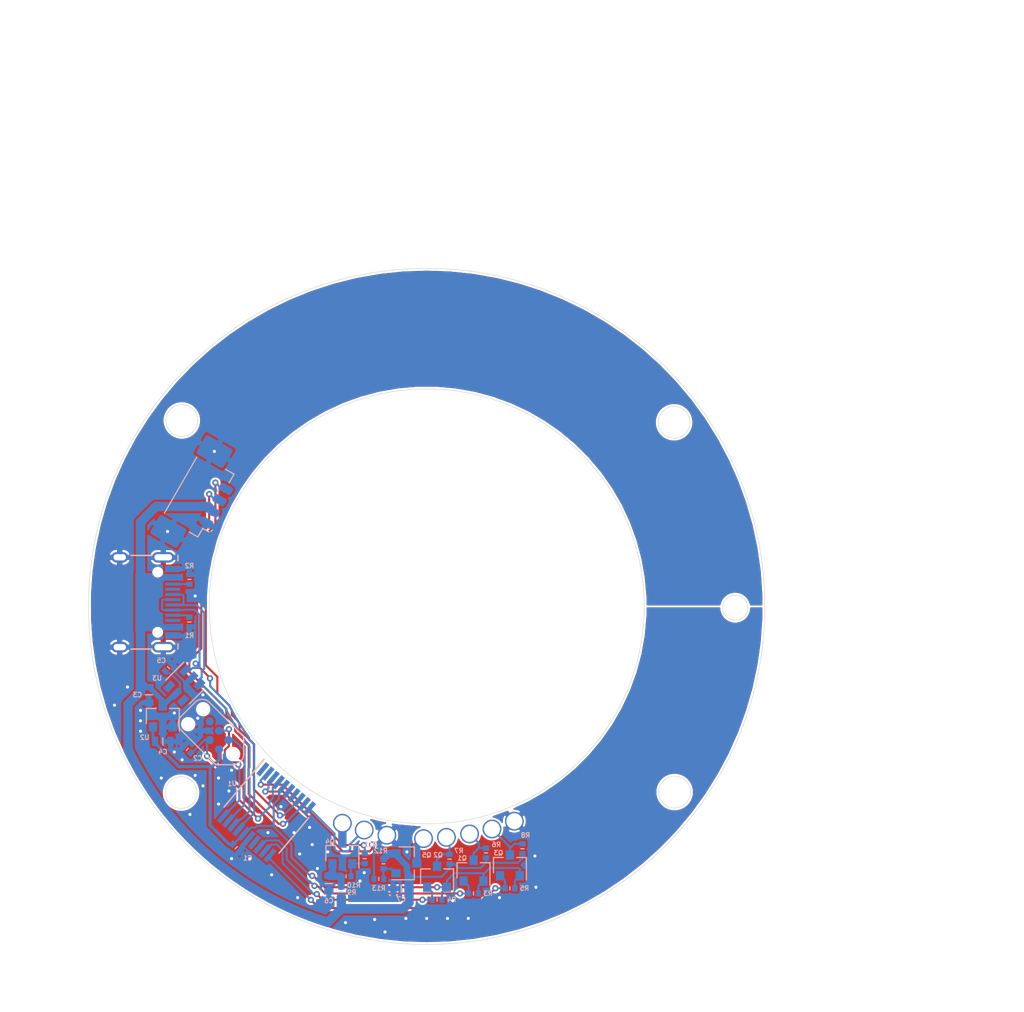
<source format=kicad_pcb>
(kicad_pcb (version 20171130) (host pcbnew 5.1.5+dfsg1-2build2)
  (layers (0 F.Cu signal) (31 B.Cu signal) (34 B.Paste user) (35 F.Paste user) (36 B.SilkS user) (37 F.SilkS user) (38 B.Mask user) (39 F.Mask user) (44 Edge.Cuts user))
  (net 0 "")
  (net 1 +BATT)
  (net 2 GND)
  (net 3 "Net-(U1-Pad14)")
  (net 4 "Net-(U1-Pad7)")
  (net 5 "Net-(U1-Pad6)")
  (net 6 "Net-(U1-Pad1)")
  (net 7 "Net-(J9-PadB5)")
  (net 8 "Net-(J9-PadA8)")
  (net 9 "Net-(J9-PadA5)")
  (net 10 "Net-(J9-PadB8)")
  (net 11 +3V3)
  (net 12 NRST)
  (net 13 VBUS)
  (net 14 DOUT_5V)
  (net 15 DIN_5V)
  (net 16 DCLK_5V)
  (net 17 D+)
  (net 18 D-)
  (net 19 "Net-(P1-Pad6)")
  (net 20 SWCLK)
  (net 21 SWDIO)
  (net 22 DIN_3V3)
  (net 23 DOUT_3V3)
  (net 24 DCLK_3V3)
  (net 25 "Net-(U3-Pad6)")
  (net 26 "Net-(U3-Pad4)")
  (net 27 "Net-(J1-Pad1)")
  (net 28 DETECT)
  (net 29 "Net-(J4-Pad1)")
  (net 30 "Net-(Q4-Pad1)")
  (net 31 "Net-(Q5-Pad1)")
  (net 32 EN_VBAT)
  (net 33 EN_VBUS)
  (net 34 UART_TX)
  (net 35 UART_RX)
  (module Package_SO:TSSOP-20_4.4x6.5mm_P0.65mm (layer B.Cu) (at 84.6 119.8 230)
    (fp_text reference U1 (at 0.003862 4.304603 5) (layer B.SilkS) (effects (font (size 0.45 0.45) (thickness 0.1)) (justify mirror)))
    (fp_text value STM32F042F6Px)
    (pad 20 smd rect (at 2.95 2.925 230) (size 1.45 0.45) (layers B.Cu B.Paste B.Mask) (net 20 SWCLK))
    (pad 19 smd rect (at 2.95 2.275 230) (size 1.45 0.45) (layers B.Cu B.Paste B.Mask) (net 21 SWDIO))
    (pad 18 smd rect (at 2.95 1.625 230) (size 1.45 0.45) (layers B.Cu B.Paste B.Mask) (net 17 D+))
    (pad 17 smd rect (at 2.95 0.975 230) (size 1.45 0.45) (layers B.Cu B.Paste B.Mask) (net 18 D-))
    (pad 16 smd rect (at 2.95 0.325 230) (size 1.45 0.45) (layers B.Cu B.Paste B.Mask) (net 11 +3V3))
    (pad 15 smd rect (at 2.95 -0.325 230) (size 1.45 0.45) (layers B.Cu B.Paste B.Mask) (net 2 GND))
    (pad 14 smd rect (at 2.95 -0.975 230) (size 1.45 0.45) (layers B.Cu B.Paste B.Mask) (net 3 "Net-(U1-Pad14)"))
    (pad 13 smd rect (at 2.95 -1.625 230) (size 1.45 0.45) (layers B.Cu B.Paste B.Mask) (net 22 DIN_3V3))
    (pad 12 smd rect (at 2.95 -2.275 230) (size 1.45 0.45) (layers B.Cu B.Paste B.Mask) (net 23 DOUT_3V3))
    (pad 11 smd rect (at 2.95 -2.925 230) (size 1.45 0.45) (layers B.Cu B.Paste B.Mask) (net 24 DCLK_3V3))
    (pad 10 smd rect (at -2.95 -2.925 230) (size 1.45 0.45) (layers B.Cu B.Paste B.Mask) (net 28 DETECT))
    (pad 9 smd rect (at -2.95 -2.275 230) (size 1.45 0.45) (layers B.Cu B.Paste B.Mask) (net 35 UART_RX))
    (pad 8 smd rect (at -2.95 -1.625 230) (size 1.45 0.45) (layers B.Cu B.Paste B.Mask) (net 34 UART_TX))
    (pad 7 smd rect (at -2.95 -0.975 230) (size 1.45 0.45) (layers B.Cu B.Paste B.Mask) (net 4 "Net-(U1-Pad7)"))
    (pad 6 smd rect (at -2.95 -0.325 230) (size 1.45 0.45) (layers B.Cu B.Paste B.Mask) (net 5 "Net-(U1-Pad6)"))
    (pad 5 smd rect (at -2.95 0.325 230) (size 1.45 0.45) (layers B.Cu B.Paste B.Mask) (net 11 +3V3))
    (pad 4 smd rect (at -2.95 0.975 230) (size 1.45 0.45) (layers B.Cu B.Paste B.Mask) (net 12 NRST))
    (pad 3 smd rect (at -2.95 1.625 230) (size 1.45 0.45) (layers B.Cu B.Paste B.Mask) (net 33 EN_VBUS))
    (pad 2 smd rect (at -2.95 2.275 230) (size 1.45 0.45) (layers B.Cu B.Paste B.Mask) (net 32 EN_VBAT))
    (pad 1 smd rect (at -2.95 2.925 230) (size 1.45 0.45) (layers B.Cu B.Paste B.Mask) (net 6 "Net-(U1-Pad1)"))
  )
  (module Connector_Molex:Molex_PicoBlade_53398-0471_1x04-1MP_P1.25mm_Vertical (layer B.Cu) (at 78.7 89.7 60)
    (fp_text reference J10 hide)
    (fp_text value "Picoblade DNP")
    (pad MP smd roundrect (at 4.425 -1.5 60) (size 2.1 3) (layers B.Cu B.Paste B.Mask) (roundrect_rratio 0.119048) (net 2 GND))
    (pad MP smd roundrect (at -4.425 -1.5 60) (size 2.1 3) (layers B.Cu B.Paste B.Mask) (roundrect_rratio 0.119048) (net 2 GND))
    (pad 4 smd roundrect (at 1.875 1.25 60) (size 0.8 1.3) (layers B.Cu B.Paste B.Mask) (net 34 UART_TX))
    (pad 3 smd roundrect (at 0.625 1.25 60) (size 0.8 1.3) (layers B.Cu B.Paste B.Mask) (net 35 UART_RX))
    (pad 2 smd roundrect (at -0.625 1.25 60) (size 0.8 1.3) (layers B.Cu B.Paste B.Mask) (net 13 VBUS))
    (pad 1 smd roundrect (at -1.875 1.25 60) (size 0.8 1.3) (layers B.Cu B.Paste B.Mask) (net 2 GND))
  )
  (module otter:R_0402 (layer B.Cu) (at 95.4 126.2 180)
    (fp_text reference R13 (at 0 -0.9) (layer B.SilkS) (effects (font (size 0.45 0.45) (thickness 0.1)) (justify mirror)))
    (fp_text value 5k1 hide)
    (pad 2 smd rect (at 0.47 0 180) (size 0.5 0.6) (layers B.Cu B.Paste B.Mask) (net 33 EN_VBUS))
    (pad 1 smd rect (at -0.47 0 180) (size 0.5 0.6) (layers B.Cu B.Paste B.Mask) (net 31 "Net-(Q5-Pad1)"))
  )
  (module otter:R_0402 (layer B.Cu) (at 95.85 124.75 270)
    (fp_text reference R12 (at -1.25 0.25 180) (layer B.SilkS) (effects (font (size 0.45 0.45) (thickness 0.1)) (justify mirror)))
    (fp_text value 100k hide)
    (pad 2 smd rect (at 0.47 0 270) (size 0.5 0.6) (layers B.Cu B.Paste B.Mask) (net 31 "Net-(Q5-Pad1)"))
    (pad 1 smd rect (at -0.47 0 270) (size 0.5 0.6) (layers B.Cu B.Paste B.Mask) (net 13 VBUS))
  )
  (module otter:R_0402 (layer B.Cu) (at 94.05 124.25 90)
    (fp_text reference R11 (at 1.35 0.55 180) (layer B.SilkS) (effects (font (size 0.45 0.45) (thickness 0.1)) (justify mirror)))
    (fp_text value 5k1 hide)
    (pad 2 smd rect (at 0.47 0 90) (size 0.5 0.6) (layers B.Cu B.Paste B.Mask) (net 32 EN_VBAT))
    (pad 1 smd rect (at -0.47 0 90) (size 0.5 0.6) (layers B.Cu B.Paste B.Mask) (net 30 "Net-(Q4-Pad1)"))
  )
  (module otter:R_0402 (layer B.Cu) (at 92.25 125.95)
    (fp_text reference R10 (at 0.75 0.85) (layer B.SilkS) (effects (font (size 0.45 0.45) (thickness 0.1)) (justify mirror)))
    (fp_text value 100k hide)
    (pad 2 smd rect (at 0.47 0) (size 0.5 0.6) (layers B.Cu B.Paste B.Mask) (net 30 "Net-(Q4-Pad1)"))
    (pad 1 smd rect (at -0.47 0) (size 0.5 0.6) (layers B.Cu B.Paste B.Mask) (net 1 +BATT))
  )
  (module Package_TO_SOT_SMD:SOT-23 (layer B.Cu) (at 98.05 124.7)
    (fp_text reference Q5 (at 1.95 -0.8) (layer B.SilkS) (effects (font (size 0.45 0.45) (thickness 0.1)) (justify mirror)))
    (fp_text value AO3401A)
    (pad 3 smd rect (at 1 0) (size 0.9 0.8) (layers B.Cu B.Paste B.Mask) (net 29 "Net-(J4-Pad1)"))
    (pad 2 smd rect (at -1 -0.95) (size 0.9 0.8) (layers B.Cu B.Paste B.Mask) (net 13 VBUS))
    (pad 1 smd rect (at -1 0.95) (size 0.9 0.8) (layers B.Cu B.Paste B.Mask) (net 31 "Net-(Q5-Pad1)"))
  )
  (module Package_TO_SOT_SMD:SOT-23 (layer B.Cu) (at 91.9 123.75 90)
    (fp_text reference Q4 (at 1.15 -1.2 180) (layer B.SilkS) (effects (font (size 0.45 0.45) (thickness 0.1)) (justify mirror)))
    (fp_text value AO3401A)
    (pad 3 smd rect (at 1 0 90) (size 0.9 0.8) (layers B.Cu B.Paste B.Mask) (net 27 "Net-(J1-Pad1)"))
    (pad 2 smd rect (at -1 -0.95 90) (size 0.9 0.8) (layers B.Cu B.Paste B.Mask) (net 1 +BATT))
    (pad 1 smd rect (at -1 0.95 90) (size 0.9 0.8) (layers B.Cu B.Paste B.Mask) (net 30 "Net-(Q4-Pad1)"))
  )
  (module Package_TO_SOT_SMD:SOT-23-6 (layer B.Cu) (at 76.7 107.6 225)
    (fp_text reference U3 (at 1.343503 2.333452) (layer B.SilkS) (effects (font (size 0.45 0.45) (thickness 0.1)) (justify mirror)))
    (fp_text value USBLC6-4)
    (pad 5 smd rect (at 1.1 0 225) (size 1.06 0.65) (layers B.Cu B.Paste B.Mask) (net 13 VBUS))
    (pad 6 smd rect (at 1.1 0.95 225) (size 1.06 0.65) (layers B.Cu B.Paste B.Mask) (net 25 "Net-(U3-Pad6)"))
    (pad 4 smd rect (at 1.1 -0.95 225) (size 1.06 0.65) (layers B.Cu B.Paste B.Mask) (net 26 "Net-(U3-Pad4)"))
    (pad 3 smd rect (at -1.1 -0.95 225) (size 1.06 0.65) (layers B.Cu B.Paste B.Mask) (net 17 D+))
    (pad 2 smd rect (at -1.1 0 225) (size 1.06 0.65) (layers B.Cu B.Paste B.Mask) (net 2 GND))
    (pad 1 smd rect (at -1.1 0.95 225) (size 1.06 0.65) (layers B.Cu B.Paste B.Mask) (net 18 D-))
  )
  (module Package_TO_SOT_SMD:SOT-23 (layer B.Cu) (at 74.646447 110.570711 90)
    (fp_text reference U2 (at -2.029289 -1.746447) (layer B.SilkS) (effects (font (size 0.45 0.45) (thickness 0.1)) (justify mirror)))
    (fp_text value XC6206PxxxMR)
    (pad 3 smd rect (at 1 0 90) (size 0.9 0.8) (layers B.Cu B.Paste B.Mask) (net 13 VBUS))
    (pad 2 smd rect (at -1 -0.95 90) (size 0.9 0.8) (layers B.Cu B.Paste B.Mask) (net 11 +3V3))
    (pad 1 smd rect (at -1 0.95 90) (size 0.9 0.8) (layers B.Cu B.Paste B.Mask) (net 2 GND))
  )
  (module otter:R_0402 (layer B.Cu) (at 91.8 127.45 270)
    (fp_text reference R9 (at 0.05 -1) (layer B.SilkS) (effects (font (size 0.45 0.45) (thickness 0.1)) (justify mirror)))
    (fp_text value 0 hide)
    (pad 2 smd rect (at 0.47 0 270) (size 0.5 0.6) (layers B.Cu B.Paste B.Mask) (net 13 VBUS))
    (pad 1 smd rect (at -0.47 0 270) (size 0.5 0.6) (layers B.Cu B.Paste B.Mask) (net 1 +BATT))
  )
  (module otter:R_0402 (layer B.Cu) (at 109.2 123.3 90)
    (fp_text reference R8 (at 1.3 0.3) (layer B.SilkS) (effects (font (size 0.45 0.45) (thickness 0.1)) (justify mirror)))
    (fp_text value 5k1 hide)
    (pad 2 smd rect (at 0.47 0 90) (size 0.5 0.6) (layers B.Cu B.Paste B.Mask) (net 16 DCLK_5V))
    (pad 1 smd rect (at -0.47 0 90) (size 0.5 0.6) (layers B.Cu B.Paste B.Mask) (net 13 VBUS))
  )
  (module otter:R_0402 (layer B.Cu) (at 102.2 124.3 90)
    (fp_text reference R7 (at 0.8 0.9) (layer B.SilkS) (effects (font (size 0.45 0.45) (thickness 0.1)) (justify mirror)))
    (fp_text value 5k1 hide)
    (pad 2 smd rect (at 0.47 0 90) (size 0.5 0.6) (layers B.Cu B.Paste B.Mask) (net 14 DOUT_5V))
    (pad 1 smd rect (at -0.47 0 90) (size 0.5 0.6) (layers B.Cu B.Paste B.Mask) (net 13 VBUS))
  )
  (module otter:R_0402 (layer B.Cu) (at 105.7 123.7 90)
    (fp_text reference R6 (at 0.8 1) (layer B.SilkS) (effects (font (size 0.45 0.45) (thickness 0.1)) (justify mirror)))
    (fp_text value 5k1 hide)
    (pad 2 smd rect (at 0.47 0 90) (size 0.5 0.6) (layers B.Cu B.Paste B.Mask) (net 15 DIN_5V))
    (pad 1 smd rect (at -0.47 0 90) (size 0.5 0.6) (layers B.Cu B.Paste B.Mask) (net 13 VBUS))
  )
  (module otter:R_0402 (layer B.Cu) (at 108 127.1 180)
    (fp_text reference R5 (at -1.4 0) (layer B.SilkS) (effects (font (size 0.45 0.45) (thickness 0.1)) (justify mirror)))
    (fp_text value 5k1 hide)
    (pad 2 smd rect (at 0.47 0 180) (size 0.5 0.6) (layers B.Cu B.Paste B.Mask) (net 24 DCLK_3V3))
    (pad 1 smd rect (at -0.47 0 180) (size 0.5 0.6) (layers B.Cu B.Paste B.Mask) (net 11 +3V3))
  )
  (module otter:R_0402 (layer B.Cu) (at 101 128.2 180)
    (fp_text reference R4 (at -1.4 0) (layer B.SilkS) (effects (font (size 0.45 0.45) (thickness 0.1)) (justify mirror)))
    (fp_text value 5k1 hide)
    (pad 2 smd rect (at 0.47 0 180) (size 0.5 0.6) (layers B.Cu B.Paste B.Mask) (net 23 DOUT_3V3))
    (pad 1 smd rect (at -0.47 0 180) (size 0.5 0.6) (layers B.Cu B.Paste B.Mask) (net 11 +3V3))
  )
  (module otter:R_0402 (layer B.Cu) (at 104.5 127.6 180)
    (fp_text reference R3 (at -1.4 0) (layer B.SilkS) (effects (font (size 0.45 0.45) (thickness 0.1)) (justify mirror)))
    (fp_text value 5k1 hide)
    (pad 2 smd rect (at 0.47 0 180) (size 0.5 0.6) (layers B.Cu B.Paste B.Mask) (net 22 DIN_3V3))
    (pad 1 smd rect (at -0.47 0 180) (size 0.5 0.6) (layers B.Cu B.Paste B.Mask) (net 11 +3V3))
  )
  (module otter:R_0402 (layer B.Cu) (at 77.2 97.4 270)
    (fp_text reference R2 (at -1.3 0) (layer B.SilkS) (effects (font (size 0.45 0.45) (thickness 0.1)) (justify mirror)))
    (fp_text value 5k1 hide)
    (pad 2 smd rect (at 0.47 0 270) (size 0.5 0.6) (layers B.Cu B.Paste B.Mask) (net 7 "Net-(J9-PadB5)"))
    (pad 1 smd rect (at -0.47 0 270) (size 0.5 0.6) (layers B.Cu B.Paste B.Mask) (net 2 GND))
  )
  (module otter:R_0402 (layer B.Cu) (at 77.2 101.5 90)
    (fp_text reference R1 (at -1.3 0) (layer B.SilkS) (effects (font (size 0.45 0.45) (thickness 0.1)) (justify mirror)))
    (fp_text value 5k1 hide)
    (pad 2 smd rect (at 0.47 0 90) (size 0.5 0.6) (layers B.Cu B.Paste B.Mask) (net 9 "Net-(J9-PadA5)"))
    (pad 1 smd rect (at -0.47 0 90) (size 0.5 0.6) (layers B.Cu B.Paste B.Mask) (net 2 GND))
  )
  (module Package_TO_SOT_SMD:SOT-23 (layer B.Cu) (at 108 124.9 90)
    (fp_text reference Q3 (at 1.2 -1.1) (layer B.SilkS) (effects (font (size 0.45 0.45) (thickness 0.1)) (justify mirror)))
    (fp_text value 2N7002)
    (pad 3 smd rect (at 1 0 90) (size 0.9 0.8) (layers B.Cu B.Paste B.Mask) (net 16 DCLK_5V))
    (pad 2 smd rect (at -1 -0.95 90) (size 0.9 0.8) (layers B.Cu B.Paste B.Mask) (net 24 DCLK_3V3))
    (pad 1 smd rect (at -1 0.95 90) (size 0.9 0.8) (layers B.Cu B.Paste B.Mask) (net 11 +3V3))
  )
  (module Package_TO_SOT_SMD:SOT-23 (layer B.Cu) (at 101 126 90)
    (fp_text reference Q2 (at 2.1 0.1) (layer B.SilkS) (effects (font (size 0.45 0.45) (thickness 0.1)) (justify mirror)))
    (fp_text value 2N7002)
    (pad 3 smd rect (at 1 0 90) (size 0.9 0.8) (layers B.Cu B.Paste B.Mask) (net 14 DOUT_5V))
    (pad 2 smd rect (at -1 -0.95 90) (size 0.9 0.8) (layers B.Cu B.Paste B.Mask) (net 23 DOUT_3V3))
    (pad 1 smd rect (at -1 0.95 90) (size 0.9 0.8) (layers B.Cu B.Paste B.Mask) (net 11 +3V3))
  )
  (module Package_TO_SOT_SMD:SOT-23 (layer B.Cu) (at 104.5 125.4 90)
    (fp_text reference Q1 (at 1.2 -1.1) (layer B.SilkS) (effects (font (size 0.45 0.45) (thickness 0.1)) (justify mirror)))
    (fp_text value 2N7002)
    (pad 3 smd rect (at 1 0 90) (size 0.9 0.8) (layers B.Cu B.Paste B.Mask) (net 15 DIN_5V))
    (pad 2 smd rect (at -1 -0.95 90) (size 0.9 0.8) (layers B.Cu B.Paste B.Mask) (net 22 DIN_3V3))
    (pad 1 smd rect (at -1 0.95 90) (size 0.9 0.8) (layers B.Cu B.Paste B.Mask) (net 11 +3V3))
  )
  (module otter:TC2030 (layer B.Cu) (at 79.6 112.4 135)
    (fp_text reference P1 hide)
    (fp_text value TC2030-CTX-Tag-Connect hide)
    (pad "" np_thru_hole circle (at 2.54 -1.016 135) (size 0.98552 0.98552) (drill 0.98552) (layers *.Cu *.Mask B.SilkS))
    (pad "" np_thru_hole circle (at 2.54 1.016 135) (size 0.98552 0.98552) (drill 0.98552) (layers *.Cu *.Mask B.SilkS))
    (pad "" np_thru_hole circle (at -2.54 0 135) (size 0.98806 0.98806) (drill 0.98806) (layers *.Cu *.Mask B.SilkS))
    (pad 6 connect circle (at 1.27 0.635 135) (size 0.78486 0.78486) (layers B.Cu B.Mask) (net 19 "Net-(P1-Pad6)"))
    (pad 5 connect circle (at 1.27 -0.635 135) (size 0.78486 0.78486) (layers B.Cu B.Mask) (net 2 GND))
    (pad 4 connect circle (at 0 0.635 135) (size 0.78486 0.78486) (layers B.Cu B.Mask) (net 20 SWCLK))
    (pad 3 connect circle (at 0 -0.635 135) (size 0.78486 0.78486) (layers B.Cu B.Mask) (net 12 NRST))
    (pad 2 connect circle (at -1.27 0.635 135) (size 0.78486 0.78486) (layers B.Cu B.Mask) (net 21 SWDIO))
    (pad 1 connect circle (at -1.27 -0.635 135) (size 0.78486 0.78486) (layers B.Cu B.Mask) (net 11 +3V3))
  )
  (module otter:C_0603 (layer B.Cu) (at 97.55 127.15 180)
    (fp_text reference C7 (at 0 -1) (layer B.SilkS) (effects (font (size 0.45 0.45) (thickness 0.1)) (justify mirror)))
    (fp_text value 1u hide)
    (pad 2 smd rect (at 0.75 0 180) (size 0.6 0.9) (layers B.Cu B.Paste B.Mask) (net 2 GND))
    (pad 1 smd rect (at -0.75 0 180) (size 0.6 0.9) (layers B.Cu B.Paste B.Mask) (net 13 VBUS))
  )
  (module otter:C_0603 (layer B.Cu) (at 90.6 126.65 270)
    (fp_text reference C6 (at 1.65 0 180) (layer B.SilkS) (effects (font (size 0.45 0.45) (thickness 0.1)) (justify mirror)))
    (fp_text value 1u hide)
    (pad 2 smd rect (at 0.75 0 270) (size 0.6 0.9) (layers B.Cu B.Paste B.Mask) (net 2 GND))
    (pad 1 smd rect (at -0.75 0 270) (size 0.6 0.9) (layers B.Cu B.Paste B.Mask) (net 1 +BATT))
  )
  (module otter:C_0402 (layer B.Cu) (at 75.2 105.9 45)
    (fp_text reference C5 (at 0 -0.989949) (layer B.SilkS) (effects (font (size 0.45 0.45) (thickness 0.1)) (justify mirror)))
    (fp_text value 100n hide)
    (pad 2 smd rect (at 0.47 0 45) (size 0.5 0.6) (layers B.Cu B.Paste B.Mask) (net 2 GND))
    (pad 1 smd rect (at -0.47 0 45) (size 0.5 0.6) (layers B.Cu B.Paste B.Mask) (net 13 VBUS))
  )
  (module otter:C_0603 (layer B.Cu) (at 74.646447 112.974874)
    (fp_text reference C4 (at 0 1 180) (layer B.SilkS) (effects (font (size 0.45 0.45) (thickness 0.1)) (justify mirror)))
    (fp_text value 1u hide)
    (pad 2 smd rect (at 0.75 0) (size 0.6 0.9) (layers B.Cu B.Paste B.Mask) (net 2 GND))
    (pad 1 smd rect (at -0.75 0) (size 0.6 0.9) (layers B.Cu B.Paste B.Mask) (net 11 +3V3))
  )
  (module otter:C_0603 (layer B.Cu) (at 73.3 108.5 270)
    (fp_text reference C3 (at 0 1.1) (layer B.SilkS) (effects (font (size 0.45 0.45) (thickness 0.1)) (justify mirror)))
    (fp_text value 1u hide)
    (pad 2 smd rect (at 0.75 0 270) (size 0.6 0.9) (layers B.Cu B.Paste B.Mask) (net 2 GND))
    (pad 1 smd rect (at -0.75 0 270) (size 0.6 0.9) (layers B.Cu B.Paste B.Mask) (net 13 VBUS))
  )
  (module otter:C_0402 (layer B.Cu) (at 77 113.75 135)
    (fp_text reference C2 (at -1.308148 0.106066) (layer B.SilkS) (effects (font (size 0.45 0.45) (thickness 0.1)) (justify mirror)))
    (fp_text value 100n hide)
    (pad 2 smd rect (at 0.47 0 135) (size 0.5 0.6) (layers B.Cu B.Paste B.Mask) (net 2 GND))
    (pad 1 smd rect (at -0.47 0 135) (size 0.5 0.6) (layers B.Cu B.Paste B.Mask) (net 12 NRST))
  )
  (module otter:C_0402 (layer B.Cu) (at 81.7 123.2 315)
    (fp_text reference C1 (at 1.484924 -0.070711) (layer B.SilkS) (effects (font (size 0.45 0.45) (thickness 0.1)) (justify mirror)))
    (fp_text value 100n hide)
    (pad 2 smd rect (at 0.47 0 315) (size 0.5 0.6) (layers B.Cu B.Paste B.Mask) (net 2 GND))
    (pad 1 smd rect (at -0.47 0 315) (size 0.5 0.6) (layers B.Cu B.Paste B.Mask) (net 11 +3V3))
  )
  (module "otter:USB-C 16Pin" (layer B.Cu) (at 75.6 99.6 90)
    (fp_text reference J9 hide)
    (fp_text value USB)
    (pad A9 smd rect (at -2.4 0 90) (size 0.6 1.45) (layers B.Cu B.Paste B.Mask) (net 13 VBUS))
    (pad B9 smd rect (at 2.4 0 90) (size 0.6 1.45) (layers B.Cu B.Paste B.Mask) (net 13 VBUS))
    (pad B12 smd rect (at 3.2 0 90) (size 0.6 1.45) (layers B.Cu B.Paste B.Mask) (net 2 GND))
    (pad A12 smd rect (at -3.2 0 90) (size 0.6 1.45) (layers B.Cu B.Paste B.Mask) (net 2 GND))
    (pad S1 thru_hole oval (at -4.32 -0.915 90) (size 1 2.1) (drill oval 0.6 1.7) (layers *.Cu *.Mask) (net 2 GND))
    (pad S1 thru_hole oval (at 4.32 -0.915 90) (size 1 2.1) (drill oval 0.6 1.7) (layers *.Cu *.Mask) (net 2 GND))
    (pad S1 thru_hole oval (at -4.32 -5.095 90) (size 1 1.6) (drill oval 0.6 1.2) (layers *.Cu *.Mask) (net 2 GND))
    (pad S1 thru_hole oval (at 4.32 -5.095 90) (size 1 1.6) (drill oval 0.6 1.2) (layers *.Cu *.Mask) (net 2 GND))
    (pad "" np_thru_hole circle (at 2.89 -1.445 90) (size 0.65 0.65) (drill 0.65) (layers *.Cu *.Mask))
    (pad "" np_thru_hole circle (at -2.89 -1.445 90) (size 0.65 0.65) (drill 0.65) (layers *.Cu *.Mask))
    (pad B1 smd rect (at 3.2 0 90) (size 0.6 1.45) (layers B.Cu B.Paste B.Mask) (net 2 GND))
    (pad B4 smd rect (at 2.4 0 90) (size 0.6 1.45) (layers B.Cu B.Paste B.Mask) (net 13 VBUS))
    (pad B5 smd rect (at 1.75 0 90) (size 0.3 1.45) (layers B.Cu B.Paste B.Mask) (net 7 "Net-(J9-PadB5)"))
    (pad A8 smd rect (at 1.25 0 90) (size 0.3 1.45) (layers B.Cu B.Paste B.Mask) (net 8 "Net-(J9-PadA8)"))
    (pad B6 smd rect (at 0.75 0 90) (size 0.3 1.45) (layers B.Cu B.Paste B.Mask) (net 17 D+))
    (pad A7 smd rect (at 0.25 0 90) (size 0.3 1.45) (layers B.Cu B.Paste B.Mask) (net 18 D-))
    (pad A6 smd rect (at -0.25 0 90) (size 0.3 1.45) (layers B.Cu B.Paste B.Mask) (net 17 D+))
    (pad B7 smd rect (at -0.75 0 90) (size 0.3 1.45) (layers B.Cu B.Paste B.Mask) (net 18 D-))
    (pad A5 smd rect (at -1.25 0 90) (size 0.3 1.45) (layers B.Cu B.Paste B.Mask) (net 9 "Net-(J9-PadA5)"))
    (pad B8 smd rect (at -1.75 0 90) (size 0.3 1.45) (layers B.Cu B.Paste B.Mask) (net 10 "Net-(J9-PadB8)"))
    (pad A4 smd rect (at -2.4 0 90) (size 0.6 1.45) (layers B.Cu B.Paste B.Mask) (net 13 VBUS))
    (pad A1 smd rect (at -3.2 0 90) (size 0.6 1.45) (layers B.Cu B.Paste B.Mask) (net 2 GND))
  )
  (module otter:PH-MVF-5365 (layer F.Cu) (at 101.9 122.2)
    (fp_text reference J5 hide)
    (fp_text value DOUT hide)
    (pad 1 thru_hole circle (at 0 0) (size 1.8 1.8) (drill 1.53) (layers *.Cu *.Mask) (net 14 DOUT_5V))
  )
  (module otter:PH-MVF-5365 (layer F.Cu) (at 104.125 121.875)
    (fp_text reference J6 hide)
    (fp_text value DIN hide)
    (pad 1 thru_hole circle (at 0 0) (size 1.8 1.8) (drill 1.53) (layers *.Cu *.Mask) (net 15 DIN_5V))
  )
  (module otter:PH-MVF-5365 (layer F.Cu) (at 99.7 122.325)
    (fp_text reference J4 hide)
    (fp_text value VDD hide)
    (pad 1 thru_hole circle (at 0 0) (size 1.8 1.8) (drill 1.53) (layers *.Cu *.Mask) (net 29 "Net-(J4-Pad1)"))
  )
  (module otter:PH-MVF-5365 (layer F.Cu) (at 106.275 121.4)
    (fp_text reference J7 hide)
    (fp_text value DCLK hide)
    (pad 1 thru_hole circle (at 0 0) (size 1.8 1.8) (drill 1.53) (layers *.Cu *.Mask) (net 16 DCLK_5V))
  )
  (module otter:PH-MVF-5365 (layer F.Cu) (at 96.175 122)
    (fp_text reference J3 hide)
    (fp_text value AGND hide)
    (pad 1 thru_hole circle (at 0 0) (size 1.8 1.8) (drill 1.53) (layers *.Cu *.Mask) (net 2 GND))
  )
  (module otter:PH-MVF-5365 (layer F.Cu) (at 108.425 120.65)
    (fp_text reference J8 hide)
    (fp_text value DGND hide)
    (pad 1 thru_hole circle (at 0 0) (size 1.8 1.8) (drill 1.53) (layers *.Cu *.Mask) (net 2 GND))
  )
  (module otter:PH-MVF-5365 (layer F.Cu) (at 94 121.5)
    (fp_text reference J2 hide)
    (fp_text value DETECT hide)
    (pad 1 thru_hole circle (at 0 0) (size 1.8 1.8) (drill 1.53) (layers *.Cu *.Mask) (net 28 DETECT))
  )
  (module otter:PH-MVF-5365 (layer F.Cu) (at 91.9 120.85)
    (fp_text reference J1 hide)
    (fp_text value VBAT hide)
    (pad 1 thru_hole circle (at 0 0) (size 1.8 1.8) (drill 1.53) (layers *.Cu *.Mask) (net 27 "Net-(J1-Pad1)"))
  )
  (module otter:canon_lens (layer F.Cu) (at 100 100)
    (fp_text reference G*** hide)
    (fp_text value LOGO hide)
  )
  (gr_circle (center 129.65 100.125) (end 130.85 100.075) (layer Edge.Cuts) (width 0.05))
  (gr_circle (center 123.825 117.85) (end 125.348155 117.85) (layer Edge.Cuts) (width 0.05))
  (gr_circle (center 123.775 82.3) (end 125.298155 82.3) (layer Edge.Cuts) (width 0.05))
  (gr_circle (center 76.475 82.125) (end 77.998155 82.125) (layer Edge.Cuts) (width 0.05))
  (gr_circle (center 76.4 117.9) (end 77.923155 117.9) (layer Edge.Cuts) (width 0.05))
  (gr_circle (center 100 100) (end 120.9 100) (layer Edge.Cuts) (width 0.05))
  (gr_circle (center 100 100) (end 132.5 100) (layer Edge.Cuts) (width 0.05))
  (via (at 79.6 85.1) (size 0.6) (drill 0.3) (layers F.Cu B.Cu) (net 2))
  (via (at 75.1 92.8) (size 0.6) (drill 0.3) (layers F.Cu B.Cu) (net 2))
  (segment (start 90.65 125.95) (end 90.6 125.9) (width 0.7) (layer B.Cu) (net 1))
  (segment (start 91.78 125.95) (end 90.65 125.95) (width 0.7) (layer B.Cu) (net 1))
  (segment (start 90.95 125.55) (end 90.6 125.9) (width 0.7) (layer B.Cu) (net 1))
  (segment (start 90.95 124.75) (end 90.95 125.55) (width 0.7) (layer B.Cu) (net 1))
  (segment (start 91.78 126.91999) (end 91.78 125.95) (width 0.7) (layer B.Cu) (net 1))
  (segment (start 82.03234 123.189138) (end 82.952741 122.268737) (width 0.2) (layer B.Cu) (net 2))
  (segment (start 82.03234 123.53234) (end 82.03234 123.189138) (width 0.2) (layer B.Cu) (net 2))
  (segment (start 75.53234 105.921214) (end 75.53234 105.56766) (width 0.2) (layer B.Cu) (net 2))
  (segment (start 77.103051 107.196949) (end 76.67877 107.196949) (width 0.2) (layer B.Cu) (net 2))
  (segment (start 77.477817 106.822183) (end 77.103051 107.196949) (width 0.2) (layer B.Cu) (net 2))
  (segment (start 76.67877 107.196949) (end 75.53234 106.050519) (width 0.2) (layer B.Cu) (net 2))
  (segment (start 75.53234 106.050519) (end 75.53234 105.921214) (width 0.2) (layer B.Cu) (net 2))
  (via (at 72.5 110) (size 0.6) (drill 0.3) (layers F.Cu B.Cu) (net 2))
  (via (at 72.5 111) (size 0.6) (drill 0.3) (layers F.Cu B.Cu) (net 2))
  (via (at 72.5 112) (size 0.6) (drill 0.3) (layers F.Cu B.Cu) (net 2))
  (via (at 75.75 110.25) (size 0.6) (drill 0.3) (layers F.Cu B.Cu) (net 2))
  (via (at 75.75 114) (size 0.6) (drill 0.3) (layers F.Cu B.Cu) (net 2))
  (via (at 76.5 114.75) (size 0.6) (drill 0.3) (layers F.Cu B.Cu) (net 2))
  (via (at 78 110.75) (size 0.6) (drill 0.3) (layers F.Cu B.Cu) (net 2))
  (via (at 78.5 108.5) (size 0.6) (drill 0.3) (layers F.Cu B.Cu) (net 2))
  (via (at 77.75 99) (size 0.6) (drill 0.3) (layers F.Cu B.Cu) (net 2))
  (via (at 71.25 107.75) (size 0.6) (drill 0.3) (layers F.Cu B.Cu) (net 2))
  (via (at 70 109.5) (size 0.6) (drill 0.3) (layers F.Cu B.Cu) (net 2))
  (via (at 77.75 116.25) (size 0.6) (drill 0.3) (layers F.Cu B.Cu) (net 2))
  (via (at 78.5 117.25) (size 0.6) (drill 0.3) (layers F.Cu B.Cu) (net 2))
  (via (at 80 116.5) (size 0.6) (drill 0.3) (layers F.Cu B.Cu) (net 2))
  (via (at 81.25 115.75) (size 0.6) (drill 0.3) (layers F.Cu B.Cu) (net 2))
  (via (at 81 117.75) (size 0.6) (drill 0.3) (layers F.Cu B.Cu) (net 2))
  (via (at 80 119) (size 0.6) (drill 0.3) (layers F.Cu B.Cu) (net 2))
  (via (at 77.25 120) (size 0.6) (drill 0.3) (layers F.Cu B.Cu) (net 2))
  (via (at 74.5 116.5) (size 0.6) (drill 0.3) (layers F.Cu B.Cu) (net 2))
  (via (at 83 124.25) (size 0.6) (drill 0.3) (layers F.Cu B.Cu) (net 2))
  (via (at 81.25 124.25) (size 0.6) (drill 0.3) (layers F.Cu B.Cu) (net 2))
  (via (at 84.75 121.75) (size 0.6) (drill 0.3) (layers F.Cu B.Cu) (net 2))
  (via (at 86 119.25) (size 0.6) (drill 0.3) (layers F.Cu B.Cu) (net 2))
  (via (at 87.25 121.75) (size 0.6) (drill 0.3) (layers F.Cu B.Cu) (net 2))
  (via (at 88.75 121.25) (size 0.6) (drill 0.3) (layers F.Cu B.Cu) (net 2))
  (via (at 89.5 125.2) (size 0.6) (drill 0.3) (layers F.Cu B.Cu) (net 2))
  (via (at 87.8 123.8) (size 0.6) (drill 0.3) (layers F.Cu B.Cu) (net 2))
  (via (at 90.5 123.6) (size 0.6) (drill 0.3) (layers F.Cu B.Cu) (net 2))
  (via (at 89 122.9) (size 0.6) (drill 0.3) (layers F.Cu B.Cu) (net 2))
  (via (at 94 125.6) (size 0.6) (drill 0.3) (layers F.Cu B.Cu) (net 2))
  (via (at 93.6 126.4) (size 0.6) (drill 0.3) (layers F.Cu B.Cu) (net 2))
  (via (at 98.1 123.6) (size 0.6) (drill 0.3) (layers F.Cu B.Cu) (net 2))
  (via (at 85.1 125.8) (size 0.6) (drill 0.3) (layers F.Cu B.Cu) (net 2))
  (via (at 87.6 128) (size 0.6) (drill 0.3) (layers F.Cu B.Cu) (net 2))
  (via (at 92.2 130.4) (size 0.6) (drill 0.3) (layers F.Cu B.Cu) (net 2))
  (via (at 96 131.3) (size 0.6) (drill 0.3) (layers F.Cu B.Cu) (net 2))
  (via (at 95 130.1) (size 0.6) (drill 0.3) (layers F.Cu B.Cu) (net 2))
  (via (at 102.5 128.3) (size 0.6) (drill 0.3) (layers F.Cu B.Cu) (net 2))
  (via (at 107 128) (size 0.6) (drill 0.3) (layers F.Cu B.Cu) (net 2))
  (via (at 104 130) (size 0.6) (drill 0.3) (layers F.Cu B.Cu) (net 2))
  (via (at 102 130) (size 0.6) (drill 0.3) (layers F.Cu B.Cu) (net 2))
  (via (at 100 130) (size 0.6) (drill 0.3) (layers F.Cu B.Cu) (net 2))
  (via (at 98 130) (size 0.6) (drill 0.3) (layers F.Cu B.Cu) (net 2))
  (via (at 110.4 124) (size 0.6) (drill 0.3) (layers F.Cu B.Cu) (net 2))
  (via (at 110.5 127) (size 0.6) (drill 0.3) (layers F.Cu B.Cu) (net 2))
  (segment (start 77.18 97.85) (end 77.2 97.87) (width 0.2) (layer B.Cu) (net 7))
  (segment (start 75.6 97.85) (end 77.18 97.85) (width 0.2) (layer B.Cu) (net 7))
  (segment (start 77.02 100.85) (end 77.2 101.03) (width 0.2) (layer B.Cu) (net 9))
  (segment (start 75.6 100.85) (end 77.02 100.85) (width 0.2) (layer B.Cu) (net 9))
  (segment (start 81.438077 122.86766) (end 82.454812 121.850925) (width 0.2) (layer B.Cu) (net 11))
  (segment (start 81.36766 122.86766) (end 81.438077 122.86766) (width 0.2) (layer B.Cu) (net 11))
  (segment (start 73.696447 112.774874) (end 73.896447 112.974874) (width 0.3) (layer B.Cu) (net 11))
  (segment (start 73.696447 111.570711) (end 73.696447 112.774874) (width 0.3) (layer B.Cu) (net 11))
  (segment (start 80.049013 114.750987) (end 80.049013 113.747038) (width 0.3) (layer B.Cu) (net 11))
  (segment (start 79.4 115.4) (end 80.049013 114.750987) (width 0.3) (layer B.Cu) (net 11))
  (segment (start 73.896447 113.124874) (end 76.171573 115.4) (width 0.3) (layer B.Cu) (net 11))
  (segment (start 73.896447 112.974874) (end 73.896447 113.124874) (width 0.3) (layer B.Cu) (net 11))
  (segment (start 81.014106 122.86766) (end 79.2 121.053554) (width 0.3) (layer B.Cu) (net 11))
  (segment (start 81.36766 122.86766) (end 81.014106 122.86766) (width 0.3) (layer B.Cu) (net 11))
  (segment (start 79.2 115.4) (end 79.4 115.4) (width 0.3) (layer B.Cu) (net 11))
  (segment (start 79.2 121.053554) (end 79.2 115.4) (width 0.3) (layer B.Cu) (net 11))
  (segment (start 76.171573 115.4) (end 79.2 115.4) (width 0.3) (layer B.Cu) (net 11))
  (segment (start 106.050001 125.149999) (end 105.45 125.75) (width 0.2) (layer B.Cu) (net 11))
  (segment (start 108.849999 125.149999) (end 106.050001 125.149999) (width 0.2) (layer B.Cu) (net 11))
  (segment (start 108.95 125.25) (end 108.849999 125.149999) (width 0.2) (layer B.Cu) (net 11))
  (segment (start 108.95 125.9) (end 108.95 125.25) (width 0.2) (layer B.Cu) (net 11))
  (segment (start 101.95 126.35) (end 101.95 127) (width 0.2) (layer B.Cu) (net 11))
  (segment (start 102.650001 125.649999) (end 101.95 126.35) (width 0.2) (layer B.Cu) (net 11))
  (segment (start 105.349999 125.649999) (end 102.650001 125.649999) (width 0.2) (layer B.Cu) (net 11))
  (segment (start 105.45 125.75) (end 105.349999 125.649999) (width 0.2) (layer B.Cu) (net 11))
  (segment (start 105.45 126.4) (end 105.45 125.75) (width 0.2) (layer B.Cu) (net 11))
  (segment (start 101.47 127.48) (end 101.95 127) (width 0.2) (layer B.Cu) (net 11))
  (segment (start 101.47 128.2) (end 101.47 127.48) (width 0.2) (layer B.Cu) (net 11))
  (segment (start 104.97 126.88) (end 105.45 126.4) (width 0.2) (layer B.Cu) (net 11))
  (segment (start 104.97 127.6) (end 104.97 126.88) (width 0.2) (layer B.Cu) (net 11))
  (segment (start 108.47 126.38) (end 108.95 125.9) (width 0.2) (layer B.Cu) (net 11))
  (segment (start 108.47 127.1) (end 108.47 126.38) (width 0.2) (layer B.Cu) (net 11))
  (via (at 101 127) (size 0.6) (drill 0.3) (layers F.Cu B.Cu) (net 11))
  (segment (start 101.95 127) (end 101 127) (width 0.2) (layer B.Cu) (net 11))
  (segment (start 82.539925 121.850925) (end 82.454812 121.850925) (width 0.2) (layer B.Cu) (net 11))
  (segment (start 83.122132 121.268718) (end 82.539925 121.850925) (width 0.2) (layer B.Cu) (net 11))
  (segment (start 83.531282 121.268718) (end 83.122132 121.268718) (width 0.2) (layer B.Cu) (net 11))
  (segment (start 83.7 121.1) (end 83.531282 121.268718) (width 0.2) (layer B.Cu) (net 11))
  (segment (start 85.3 121.1) (end 83.7 121.1) (width 0.2) (layer B.Cu) (net 11))
  (via (at 88.999996 125.9) (size 0.6) (drill 0.3) (layers F.Cu B.Cu) (net 11))
  (segment (start 88.8 125.9) (end 88.999996 125.9) (width 0.2) (layer B.Cu) (net 11))
  (segment (start 87 124.1) (end 88.8 125.9) (width 0.2) (layer B.Cu) (net 11))
  (segment (start 87 122.875736) (end 87 124.1) (width 0.2) (layer B.Cu) (net 11))
  (segment (start 85.3 121.175736) (end 87 122.875736) (width 0.2) (layer B.Cu) (net 11))
  (segment (start 85.3 119) (end 85.3 121.175736) (width 0.2) (layer B.Cu) (net 11))
  (segment (start 85.806797 118.493203) (end 85.3 119) (width 0.2) (layer B.Cu) (net 11))
  (segment (start 85.806797 117.771725) (end 85.806797 118.493203) (width 0.2) (layer B.Cu) (net 11))
  (segment (start 86.247259 117.331263) (end 85.806797 117.771725) (width 0.2) (layer B.Cu) (net 11))
  (segment (start 89.1 125.9) (end 88.999996 125.9) (width 0.2) (layer F.Cu) (net 11))
  (segment (start 90.2 127) (end 89.1 125.9) (width 0.2) (layer F.Cu) (net 11))
  (segment (start 101 127) (end 90.2 127) (width 0.2) (layer F.Cu) (net 11))
  (via (at 78.9 114.4) (size 0.6) (drill 0.3) (layers F.Cu B.Cu) (net 12))
  (segment (start 78.9 113.1) (end 79.150987 112.849013) (width 0.2) (layer B.Cu) (net 12))
  (segment (start 78.9 114.4) (end 78.9 113.1) (width 0.2) (layer B.Cu) (net 12))
  (segment (start 78.650987 112.849013) (end 77.5 114) (width 0.2) (layer B.Cu) (net 12))
  (segment (start 79.150987 112.849013) (end 78.650987 112.849013) (width 0.2) (layer B.Cu) (net 12))
  (via (at 83.8 120.4) (size 0.6) (drill 0.3) (layers F.Cu B.Cu) (net 12))
  (segment (start 82 118.6) (end 83.8 120.4) (width 0.2) (layer F.Cu) (net 12))
  (segment (start 82 117.5) (end 82 118.6) (width 0.2) (layer F.Cu) (net 12))
  (segment (start 78.9 114.4) (end 82 117.5) (width 0.2) (layer F.Cu) (net 12))
  (segment (start 84.9 119.3) (end 83.8 120.4) (width 0.2) (layer B.Cu) (net 12))
  (segment (start 84.9 118.775736) (end 84.9 119.3) (width 0.2) (layer B.Cu) (net 12))
  (segment (start 85.21095 118.464786) (end 84.9 118.775736) (width 0.2) (layer B.Cu) (net 12))
  (segment (start 85.21095 117.451831) (end 85.21095 118.464786) (width 0.2) (layer B.Cu) (net 12))
  (segment (start 85.74933 116.913451) (end 85.21095 117.451831) (width 0.2) (layer B.Cu) (net 12))
  (segment (start 75.839341 108.377817) (end 74.646447 109.570711) (width 0.5) (layer B.Cu) (net 13))
  (segment (start 75.922183 108.377817) (end 75.839341 108.377817) (width 0.5) (layer B.Cu) (net 13))
  (segment (start 74.646447 109.096447) (end 73.3 107.75) (width 0.5) (layer B.Cu) (net 13))
  (segment (start 74.646447 109.570711) (end 74.646447 109.096447) (width 0.5) (layer B.Cu) (net 13))
  (segment (start 73.15 107.75) (end 72.5 107.1) (width 0.5) (layer B.Cu) (net 13))
  (segment (start 73.3 107.75) (end 73.15 107.75) (width 0.5) (layer B.Cu) (net 13))
  (segment (start 75.922183 108.377817) (end 76.296949 108.003051) (width 0.2) (layer B.Cu) (net 13))
  (segment (start 76.296949 108.003051) (end 76.296949 107.380828) (width 0.2) (layer B.Cu) (net 13))
  (segment (start 76.296949 107.380828) (end 75.360593 106.444472) (width 0.2) (layer B.Cu) (net 13))
  (segment (start 75.360593 106.444472) (end 75.079792 106.444472) (width 0.2) (layer B.Cu) (net 13))
  (segment (start 75.079792 106.444472) (end 74.86766 106.23234) (width 0.2) (layer B.Cu) (net 13))
  (segment (start 72.5 107.1) (end 72.5 101.9) (width 0.5) (layer B.Cu) (net 13))
  (segment (start 72.5 101.9) (end 72.5 101.5) (width 0.5) (layer B.Cu) (net 13))
  (segment (start 88.435681 129.64955) (end 88.765569 129.776112) (width 0.9) (layer B.Cu) (net 13))
  (segment (start 85.85164 128.507074) (end 86.168908 128.662349) (width 0.9) (layer B.Cu) (net 13))
  (segment (start 84.910174 128.020109) (end 85.222232 128.185934) (width 0.9) (layer B.Cu) (net 13))
  (segment (start 74.760496 119.385478) (end 74.977253 119.664473) (width 0.9) (layer B.Cu) (net 13))
  (segment (start 77.558901 122.566046) (end 77.81075 122.813737) (width 0.9) (layer B.Cu) (net 13))
  (segment (start 74.546794 119.104023) (end 74.760496 119.385478) (width 0.9) (layer B.Cu) (net 13))
  (segment (start 74.336372 118.820405) (end 74.546794 119.104023) (width 0.9) (layer B.Cu) (net 13))
  (segment (start 74.129051 118.534385) (end 74.336372 118.820405) (width 0.9) (layer B.Cu) (net 13))
  (segment (start 85.536049 128.348252) (end 85.85164 128.507074) (width 0.9) (layer B.Cu) (net 13))
  (segment (start 80.754926 125.346725) (end 81.037443 125.558772) (width 0.9) (layer B.Cu) (net 13))
  (segment (start 86.808676 128.962359) (end 87.131005 129.107014) (width 0.9) (layer B.Cu) (net 13))
  (segment (start 76.10667 121.022325) (end 76.341557 121.286321) (width 0.9) (layer B.Cu) (net 13))
  (segment (start 73.924866 118.246006) (end 74.129051 118.534385) (width 0.9) (layer B.Cu) (net 13))
  (segment (start 78.322735 123.300763) (end 78.582714 123.53995) (width 0.9) (layer B.Cu) (net 13))
  (segment (start 81.322305 125.767675) (end 81.609513 125.973434) (width 0.9) (layer B.Cu) (net 13))
  (segment (start 86.168908 128.662349) (end 86.48795 128.814125) (width 0.9) (layer B.Cu) (net 13))
  (segment (start 72.952737 116.771254) (end 73.140647 117.070576) (width 0.9) (layer B.Cu) (net 13))
  (segment (start 78.845324 123.77623) (end 79.110541 124.009579) (width 0.9) (layer B.Cu) (net 13))
  (segment (start 88.107287 129.519362) (end 88.435681 129.64955) (width 0.9) (layer B.Cu) (net 13))
  (segment (start 71.732485 114.621116) (end 71.896483 114.933912) (width 0.9) (layer B.Cu) (net 13))
  (segment (start 88.765569 129.776112) (end 88.839689 129.803609) (width 0.9) (layer B.Cu) (net 13))
  (segment (start 74.977253 119.664473) (end 75.197126 119.941084) (width 0.9) (layer B.Cu) (net 13))
  (segment (start 72.5 108.2) (end 71.3 109.4) (width 0.9) (layer B.Cu) (net 13))
  (segment (start 71.896483 114.933912) (end 72.064046 115.245059) (width 0.9) (layer B.Cu) (net 13))
  (segment (start 87.131005 129.107014) (end 87.454874 129.248062) (width 0.9) (layer B.Cu) (net 13))
  (segment (start 76.341557 121.286321) (end 76.579301 121.547627) (width 0.9) (layer B.Cu) (net 13))
  (segment (start 75.874852 120.755882) (end 76.10667 121.022325) (width 0.9) (layer B.Cu) (net 13))
  (segment (start 71.3 109.4) (end 71.3 113.751941) (width 0.9) (layer B.Cu) (net 13))
  (segment (start 87.780398 129.385551) (end 88.107287 129.519362) (width 0.9) (layer B.Cu) (net 13))
  (segment (start 76.819927 121.806274) (end 77.063476 122.062303) (width 0.9) (layer B.Cu) (net 13))
  (segment (start 79.378402 124.240029) (end 79.648772 124.467466) (width 0.9) (layer B.Cu) (net 13))
  (segment (start 84.600276 127.850994) (end 84.910174 128.020109) (width 0.9) (layer B.Cu) (net 13))
  (segment (start 82.484598 126.571414) (end 82.780618 126.764197) (width 0.9) (layer B.Cu) (net 13))
  (segment (start 72.064046 115.245059) (end 72.235009 115.554248) (width 0.9) (layer B.Cu) (net 13))
  (segment (start 71.3 113.751941) (end 71.414859 113.989967) (width 0.9) (layer B.Cu) (net 13))
  (segment (start 81.609513 125.973434) (end 81.899053 126.17604) (width 0.9) (layer B.Cu) (net 13))
  (segment (start 79.648772 124.467466) (end 79.921559 124.691811) (width 0.9) (layer B.Cu) (net 13))
  (segment (start 72.235009 115.554248) (end 72.409378 115.861493) (width 0.9) (layer B.Cu) (net 13))
  (segment (start 83.378994 127.13985) (end 83.681322 127.322702) (width 0.9) (layer B.Cu) (net 13))
  (segment (start 73.3318 117.367686) (end 73.526212 117.662614) (width 0.9) (layer B.Cu) (net 13))
  (segment (start 78.065343 123.058624) (end 78.322735 123.300763) (width 0.9) (layer B.Cu) (net 13))
  (segment (start 71.414859 113.989967) (end 71.571891 114.306362) (width 0.9) (layer B.Cu) (net 13))
  (segment (start 85.222232 128.185934) (end 85.536049 128.348252) (width 0.9) (layer B.Cu) (net 13))
  (segment (start 77.81075 122.813737) (end 78.065343 123.058624) (width 0.9) (layer B.Cu) (net 13))
  (segment (start 83.985684 127.5022) (end 84.291905 127.678241) (width 0.9) (layer B.Cu) (net 13))
  (segment (start 86.48795 128.814125) (end 86.808676 128.962359) (width 0.9) (layer B.Cu) (net 13))
  (segment (start 72.409378 115.861493) (end 72.587112 116.166725) (width 0.9) (layer B.Cu) (net 13))
  (segment (start 75.419956 120.215113) (end 75.645922 120.486782) (width 0.9) (layer B.Cu) (net 13))
  (segment (start 73.526212 117.662614) (end 73.723915 117.95541) (width 0.9) (layer B.Cu) (net 13))
  (segment (start 79.110541 124.009579) (end 79.378402 124.240029) (width 0.9) (layer B.Cu) (net 13))
  (segment (start 71.571891 114.306362) (end 71.732485 114.621116) (width 0.9) (layer B.Cu) (net 13))
  (segment (start 84.291905 127.678241) (end 84.600276 127.850994) (width 0.9) (layer B.Cu) (net 13))
  (segment (start 72.587112 116.166725) (end 72.768298 116.47009) (width 0.9) (layer B.Cu) (net 13))
  (segment (start 75.645922 120.486782) (end 75.874852 120.755882) (width 0.9) (layer B.Cu) (net 13))
  (segment (start 73.723915 117.95541) (end 73.924866 118.246006) (width 0.9) (layer B.Cu) (net 13))
  (segment (start 87.454874 129.248062) (end 87.780398 129.385551) (width 0.9) (layer B.Cu) (net 13))
  (segment (start 73.140647 117.070576) (end 73.3318 117.367686) (width 0.9) (layer B.Cu) (net 13))
  (segment (start 76.579301 121.547627) (end 76.819927 121.806274) (width 0.9) (layer B.Cu) (net 13))
  (segment (start 77.063476 122.062303) (end 77.309727 122.315485) (width 0.9) (layer B.Cu) (net 13))
  (segment (start 72.5 101.9) (end 72.5 108.2) (width 0.9) (layer B.Cu) (net 13))
  (segment (start 77.309727 122.315485) (end 77.558901 122.566046) (width 0.9) (layer B.Cu) (net 13))
  (segment (start 75.197126 119.941084) (end 75.419956 120.215113) (width 0.9) (layer B.Cu) (net 13))
  (segment (start 78.582714 123.53995) (end 78.845324 123.77623) (width 0.9) (layer B.Cu) (net 13))
  (segment (start 82.780618 126.764197) (end 83.078824 126.953722) (width 0.9) (layer B.Cu) (net 13))
  (segment (start 82.190678 126.375319) (end 82.484598 126.571414) (width 0.9) (layer B.Cu) (net 13))
  (segment (start 80.196964 124.913232) (end 80.474739 125.131525) (width 0.9) (layer B.Cu) (net 13))
  (segment (start 83.078824 126.953722) (end 83.378994 127.13985) (width 0.9) (layer B.Cu) (net 13))
  (segment (start 80.474739 125.131525) (end 80.754926 125.346725) (width 0.9) (layer B.Cu) (net 13))
  (segment (start 72.768298 116.47009) (end 72.952737 116.771254) (width 0.9) (layer B.Cu) (net 13))
  (segment (start 81.037443 125.558772) (end 81.322305 125.767675) (width 0.9) (layer B.Cu) (net 13))
  (segment (start 79.921559 124.691811) (end 80.196964 124.913232) (width 0.9) (layer B.Cu) (net 13))
  (segment (start 81.899053 126.17604) (end 82.190678 126.375319) (width 0.9) (layer B.Cu) (net 13))
  (segment (start 83.681322 127.322702) (end 83.985684 127.5022) (width 0.9) (layer B.Cu) (net 13))
  (segment (start 105.730001 124.650001) (end 105.7 124.62) (width 0.2) (layer B.Cu) (net 13))
  (segment (start 108.769999 124.650001) (end 105.730001 124.650001) (width 0.2) (layer B.Cu) (net 13))
  (segment (start 109.2 124.22) (end 108.769999 124.650001) (width 0.2) (layer B.Cu) (net 13))
  (segment (start 109.2 123.77) (end 109.2 124.22) (width 0.2) (layer B.Cu) (net 13))
  (segment (start 102.7 124.77) (end 102.2 124.77) (width 0.2) (layer B.Cu) (net 13))
  (segment (start 103.080001 125.150001) (end 102.7 124.77) (width 0.2) (layer B.Cu) (net 13))
  (segment (start 105.169999 125.150001) (end 103.080001 125.150001) (width 0.2) (layer B.Cu) (net 13))
  (segment (start 105.7 124.62) (end 105.169999 125.150001) (width 0.2) (layer B.Cu) (net 13))
  (segment (start 105.7 124.17) (end 105.7 124.62) (width 0.2) (layer B.Cu) (net 13))
  (segment (start 99.15 126) (end 98.65 126) (width 0.2) (layer B.Cu) (net 13))
  (segment (start 101.42 126) (end 99.15 126) (width 0.2) (layer B.Cu) (net 13))
  (segment (start 102.2 125.22) (end 101.42 126) (width 0.2) (layer B.Cu) (net 13))
  (segment (start 102.2 124.77) (end 102.2 125.22) (width 0.2) (layer B.Cu) (net 13))
  (segment (start 91.8 129.07) (end 91.8 127.92) (width 0.9) (layer B.Cu) (net 13))
  (segment (start 98.3 128.5) (end 98.3 127.15) (width 0.9) (layer B.Cu) (net 13))
  (segment (start 97.73 129.07) (end 98.3 128.5) (width 0.9) (layer B.Cu) (net 13))
  (segment (start 98.3 127.15) (end 98.3 126) (width 0.9) (layer B.Cu) (net 13))
  (segment (start 98.2 126) (end 98.3 126) (width 0.6) (layer B.Cu) (net 13))
  (segment (start 98.2 125.600002) (end 98.2 126) (width 0.6) (layer B.Cu) (net 13))
  (segment (start 98.099999 125.500001) (end 98.2 125.600002) (width 0.6) (layer B.Cu) (net 13))
  (segment (start 98.099999 124.949997) (end 98.099999 125.500001) (width 0.6) (layer B.Cu) (net 13))
  (segment (start 97.05 123.899998) (end 98.099999 124.949997) (width 0.6) (layer B.Cu) (net 13))
  (segment (start 97.05 123.75) (end 97.05 123.899998) (width 0.6) (layer B.Cu) (net 13))
  (segment (start 96.38 123.75) (end 95.85 124.28) (width 0.7) (layer B.Cu) (net 13))
  (segment (start 97.05 123.75) (end 96.38 123.75) (width 0.7) (layer B.Cu) (net 13))
  (segment (start 95.02 129.07) (end 95.05 129.04) (width 0.7) (layer B.Cu) (net 13))
  (segment (start 91.8 129.07) (end 95.02 129.07) (width 0.9) (layer B.Cu) (net 13))
  (segment (start 95.02 129.07) (end 97.73 129.07) (width 0.9) (layer B.Cu) (net 13))
  (segment (start 72.5 91.9) (end 72.5 101.9) (width 0.9) (layer B.Cu) (net 13))
  (segment (start 74.009566 90.390434) (end 72.5 91.9) (width 0.9) (layer B.Cu) (net 13))
  (segment (start 78.9942 90.390434) (end 74.009566 90.390434) (width 0.9) (layer B.Cu) (net 13))
  (segment (start 79.470032 90.866266) (end 78.9942 90.390434) (width 0.9) (layer B.Cu) (net 13))
  (segment (start 90.497193 130.372803) (end 91.8 129.07) (width 0.9) (layer B.Cu) (net 13))
  (segment (start 90.434794 130.353519) (end 90.497193 130.372803) (width 0.9) (layer B.Cu) (net 13))
  (segment (start 90.098404 130.245457) (end 90.434794 130.353519) (width 0.9) (layer B.Cu) (net 13))
  (segment (start 89.429318 130.018161) (end 89.763329 130.1337) (width 0.9) (layer B.Cu) (net 13))
  (segment (start 89.763329 130.1337) (end 90.098404 130.245457) (width 0.9) (layer B.Cu) (net 13))
  (segment (start 89.096822 129.898997) (end 89.429318 130.018161) (width 0.9) (layer B.Cu) (net 13))
  (segment (start 88.765569 129.776112) (end 89.096822 129.898997) (width 0.9) (layer B.Cu) (net 13))
  (segment (start 101.7 123.83) (end 102.2 123.83) (width 0.2) (layer B.Cu) (net 14))
  (segment (start 101.52 123.83) (end 101.7 123.83) (width 0.2) (layer B.Cu) (net 14))
  (segment (start 101 124.35) (end 101.52 123.83) (width 0.2) (layer B.Cu) (net 14))
  (segment (start 101 125) (end 101 124.35) (width 0.2) (layer B.Cu) (net 14))
  (segment (start 102.2 122.5) (end 101.9 122.2) (width 0.2) (layer B.Cu) (net 14))
  (segment (start 102.2 123.83) (end 102.2 122.5) (width 0.2) (layer B.Cu) (net 14))
  (segment (start 105.2 123.23) (end 105.7 123.23) (width 0.2) (layer B.Cu) (net 15))
  (segment (start 105.02 123.23) (end 105.2 123.23) (width 0.2) (layer B.Cu) (net 15))
  (segment (start 104.5 123.75) (end 105.02 123.23) (width 0.2) (layer B.Cu) (net 15))
  (segment (start 104.5 124.4) (end 104.5 123.75) (width 0.2) (layer B.Cu) (net 15))
  (segment (start 104.125 121.875) (end 105.024999 122.775001) (width 0.2) (layer B.Cu) (net 15))
  (segment (start 105.02 122.78) (end 105.02 123.23) (width 0.2) (layer B.Cu) (net 15))
  (segment (start 105.024999 122.775001) (end 105.02 122.78) (width 0.2) (layer B.Cu) (net 15))
  (segment (start 108.42 122.83) (end 108.7 122.83) (width 0.2) (layer B.Cu) (net 16))
  (segment (start 108 123.25) (end 108.42 122.83) (width 0.2) (layer B.Cu) (net 16))
  (segment (start 108.7 122.83) (end 109.2 122.83) (width 0.2) (layer B.Cu) (net 16))
  (segment (start 108 123.9) (end 108 123.25) (width 0.2) (layer B.Cu) (net 16))
  (segment (start 108 123.125) (end 106.275 121.4) (width 0.2) (layer B.Cu) (net 16))
  (segment (start 108 123.9) (end 108 123.125) (width 0.2) (layer B.Cu) (net 16))
  (segment (start 76.625001 98.950001) (end 76.525 98.85) (width 0.2) (layer B.Cu) (net 17))
  (segment (start 76.625001 99.749999) (end 76.625001 98.950001) (width 0.2) (layer B.Cu) (net 17))
  (segment (start 76.525 99.85) (end 76.625001 99.749999) (width 0.2) (layer B.Cu) (net 17))
  (segment (start 76.525 98.85) (end 75.6 98.85) (width 0.2) (layer B.Cu) (net 17))
  (segment (start 75.6 99.85) (end 76.525 99.85) (width 0.2) (layer B.Cu) (net 17))
  (segment (start 76.712501 99.875) (end 77.8932 99.875) (width 0.2) (layer B.Cu) (net 17))
  (segment (start 76.687501 99.85) (end 76.712501 99.875) (width 0.2) (layer B.Cu) (net 17))
  (segment (start 75.6 99.85) (end 76.687501 99.85) (width 0.2) (layer B.Cu) (net 17))
  (segment (start 77.8932 99.875) (end 78.625 100.6068) (width 0.2) (layer B.Cu) (net 17))
  (segment (start 78.149569 107.034329) (end 78.149569 107.493934) (width 0.2) (layer B.Cu) (net 17))
  (segment (start 78.382403 106.801495) (end 78.149569 107.034329) (width 0.2) (layer B.Cu) (net 17))
  (segment (start 78.382403 106.235796) (end 78.382403 106.801495) (width 0.2) (layer B.Cu) (net 17))
  (segment (start 78.625 105.993199) (end 78.382403 106.235796) (width 0.2) (layer B.Cu) (net 17))
  (segment (start 78.625 100.6068) (end 78.625 105.993199) (width 0.2) (layer B.Cu) (net 17))
  (segment (start 81.89563 111.918249) (end 82.05617 112.166337) (width 0.2) (layer B.Cu) (net 17))
  (segment (start 81.889517 111.916843) (end 81.889527 111.916846) (width 0.2) (layer B.Cu) (net 17))
  (segment (start 81.566645 111.411057) (end 81.572714 111.412624) (width 0.2) (layer B.Cu) (net 17))
  (segment (start 81.416543 111.156522) (end 81.566645 111.411057) (width 0.2) (layer B.Cu) (net 17))
  (segment (start 81.572714 111.412624) (end 81.726333 111.665068) (width 0.2) (layer B.Cu) (net 17))
  (segment (start 79.975 109.0932) (end 80.650525 109.768734) (width 0.2) (layer B.Cu) (net 17))
  (segment (start 81.263921 110.898265) (end 81.410493 111.154863) (width 0.2) (layer B.Cu) (net 17))
  (segment (start 82.22626 112.413498) (end 82.226273 112.413501) (width 0.2) (layer B.Cu) (net 17))
  (segment (start 82.975 116.489271) (end 82.975 119.678985) (width 0.2) (layer B.Cu) (net 17))
  (segment (start 82.062299 112.16765) (end 82.22626 112.413498) (width 0.2) (layer B.Cu) (net 17))
  (segment (start 81.410505 111.154874) (end 81.416543 111.156522) (width 0.2) (layer B.Cu) (net 17))
  (segment (start 81.726333 111.665068) (end 81.73242 111.66655) (width 0.2) (layer B.Cu) (net 17))
  (segment (start 81.889532 111.916854) (end 81.89563 111.918249) (width 0.2) (layer B.Cu) (net 17))
  (segment (start 80.963508 110.373658) (end 80.969482 110.375558) (width 0.2) (layer B.Cu) (net 17))
  (segment (start 81.108896 110.636114) (end 81.114893 110.637931) (width 0.2) (layer B.Cu) (net 17))
  (segment (start 82.22628 112.413512) (end 82.232413 112.414738) (width 0.2) (layer B.Cu) (net 17))
  (segment (start 81.4105 111.154865) (end 81.410505 111.154874) (width 0.2) (layer B.Cu) (net 17))
  (segment (start 81.889527 111.916846) (end 81.889532 111.916854) (width 0.2) (layer B.Cu) (net 17))
  (segment (start 78.6 107.7182) (end 79.975 109.0932) (width 0.2) (layer B.Cu) (net 17))
  (segment (start 78.379378 107.723743) (end 78.594457 107.723743) (width 0.2) (layer B.Cu) (net 17))
  (segment (start 78.594457 107.723743) (end 78.6 107.7182) (width 0.2) (layer B.Cu) (net 17))
  (segment (start 82.475 112.972171) (end 82.975 113.472171) (width 0.2) (layer B.Cu) (net 17))
  (segment (start 78.149569 107.493934) (end 78.379378 107.723743) (width 0.2) (layer B.Cu) (net 17))
  (segment (start 81.257898 110.896531) (end 81.263921 110.898265) (width 0.2) (layer B.Cu) (net 17))
  (segment (start 82.475 112.757521) (end 82.475 112.972171) (width 0.2) (layer B.Cu) (net 17))
  (segment (start 82.220891 120.433094) (end 82.126274 120.433094) (width 0.2) (layer B.Cu) (net 17))
  (segment (start 82.226273 112.413501) (end 82.22628 112.413512) (width 0.2) (layer B.Cu) (net 17))
  (segment (start 81.544067 121.015301) (end 81.458954 121.015301) (width 0.2) (layer B.Cu) (net 17))
  (segment (start 82.05617 112.166337) (end 82.062299 112.16765) (width 0.2) (layer B.Cu) (net 17))
  (segment (start 80.650525 109.768734) (end 80.963508 110.373658) (width 0.2) (layer B.Cu) (net 17))
  (segment (start 82.232413 112.414738) (end 82.399755 112.658284) (width 0.2) (layer B.Cu) (net 17))
  (segment (start 81.114893 110.637931) (end 81.257898 110.896531) (width 0.2) (layer B.Cu) (net 17))
  (segment (start 80.969482 110.375558) (end 81.108896 110.636114) (width 0.2) (layer B.Cu) (net 17))
  (segment (start 82.399755 112.658284) (end 82.400698 112.658459) (width 0.2) (layer B.Cu) (net 17))
  (segment (start 82.975 115.473547) (end 82.867161 115.581386) (width 0.2) (layer B.Cu) (net 17))
  (segment (start 81.410493 111.154863) (end 81.4105 111.154865) (width 0.2) (layer B.Cu) (net 17))
  (segment (start 82.400698 112.658459) (end 82.475 112.757521) (width 0.2) (layer B.Cu) (net 17))
  (segment (start 82.975 113.472171) (end 82.975 115.473547) (width 0.2) (layer B.Cu) (net 17))
  (segment (start 82.867161 115.581386) (end 82.867161 116.381432) (width 0.2) (layer B.Cu) (net 17))
  (segment (start 81.73242 111.66655) (end 81.889517 111.916843) (width 0.2) (layer B.Cu) (net 17))
  (segment (start 82.867161 116.381432) (end 82.975 116.489271) (width 0.2) (layer B.Cu) (net 17))
  (segment (start 82.975 119.678985) (end 82.220891 120.433094) (width 0.2) (layer B.Cu) (net 17))
  (segment (start 82.126274 120.433094) (end 81.544067 121.015301) (width 0.2) (layer B.Cu) (net 17))
  (segment (start 74.675 100.35) (end 75.6 100.35) (width 0.2) (layer B.Cu) (net 18))
  (segment (start 74.574999 100.249999) (end 74.675 100.35) (width 0.2) (layer B.Cu) (net 18))
  (segment (start 74.574999 99.450001) (end 74.574999 100.249999) (width 0.2) (layer B.Cu) (net 18))
  (segment (start 74.675 99.35) (end 74.574999 99.450001) (width 0.2) (layer B.Cu) (net 18))
  (segment (start 75.6 99.35) (end 74.675 99.35) (width 0.2) (layer B.Cu) (net 18))
  (segment (start 76.712501 100.325) (end 77.7068 100.325) (width 0.2) (layer B.Cu) (net 18))
  (segment (start 76.687501 100.35) (end 76.712501 100.325) (width 0.2) (layer B.Cu) (net 18))
  (segment (start 75.6 100.35) (end 76.687501 100.35) (width 0.2) (layer B.Cu) (net 18))
  (segment (start 77.7068 100.325) (end 78.175 100.7932) (width 0.2) (layer B.Cu) (net 18))
  (segment (start 78.064204 105.917597) (end 77.498505 105.917597) (width 0.2) (layer B.Cu) (net 18))
  (segment (start 78.175 100.7932) (end 78.175 105.806801) (width 0.2) (layer B.Cu) (net 18))
  (segment (start 77.265671 106.150431) (end 76.806066 106.150431) (width 0.2) (layer B.Cu) (net 18))
  (segment (start 77.498505 105.917597) (end 77.265671 106.150431) (width 0.2) (layer B.Cu) (net 18))
  (via (at 79.176849 106.923151) (size 0.6) (drill 0.3) (layers F.Cu B.Cu) (net 18))
  (via (at 77.8 105.5) (size 0.6) (drill 0.3) (layers F.Cu B.Cu) (net 18))
  (segment (start 79.176849 106.876849) (end 77.8 105.5) (width 0.2) (layer F.Cu) (net 18))
  (segment (start 79.176849 106.923151) (end 79.176849 106.876849) (width 0.2) (layer F.Cu) (net 18))
  (segment (start 77.8 105.5) (end 78.1 105.8) (width 0.2) (layer B.Cu) (net 18))
  (segment (start 78.1 105.9) (end 78.064204 105.917597) (width 0.2) (layer B.Cu) (net 18))
  (segment (start 78.1 105.8) (end 78.1 105.9) (width 0.2) (layer B.Cu) (net 18))
  (segment (start 78.175 105.806801) (end 78.1 105.9) (width 0.2) (layer B.Cu) (net 18))
  (segment (start 83.425 115.65993) (end 83.317152 115.767778) (width 0.2) (layer B.Cu) (net 18))
  (segment (start 82.925 112.607527) (end 82.925 112.785771) (width 0.2) (layer B.Cu) (net 18))
  (segment (start 82.85373 112.509411) (end 82.853358 112.512012) (width 0.2) (layer B.Cu) (net 18))
  (segment (start 82.838857 112.488999) (end 82.85373 112.509411) (width 0.2) (layer B.Cu) (net 18))
  (segment (start 82.836266 112.488555) (end 82.838857 112.488999) (width 0.2) (layer B.Cu) (net 18))
  (segment (start 83.317152 115.767778) (end 83.317152 116.19504) (width 0.2) (layer B.Cu) (net 18))
  (segment (start 82.335267 111.765931) (end 82.497211 112.008753) (width 0.2) (layer B.Cu) (net 18))
  (segment (start 81.956883 121.3335) (end 81.956883 121.433113) (width 0.2) (layer B.Cu) (net 18))
  (segment (start 82.332697 111.76538) (end 82.335267 111.765931) (width 0.2) (layer B.Cu) (net 18))
  (segment (start 82.016402 111.27254) (end 82.171565 111.519751) (width 0.2) (layer B.Cu) (net 18))
  (segment (start 82.013849 111.271918) (end 82.016402 111.27254) (width 0.2) (layer B.Cu) (net 18))
  (segment (start 82.665079 112.249828) (end 82.667664 112.250308) (width 0.2) (layer B.Cu) (net 18))
  (segment (start 81.277521 110.001328) (end 81.280026 110.002125) (width 0.2) (layer B.Cu) (net 18))
  (segment (start 82.667664 112.250308) (end 82.836266 112.488555) (width 0.2) (layer B.Cu) (net 18))
  (segment (start 79.176849 106.923151) (end 79.1932 106.939502) (width 0.2) (layer B.Cu) (net 18))
  (segment (start 83.425 116.302888) (end 83.425 119.865383) (width 0.2) (layer B.Cu) (net 18))
  (segment (start 81.42024 110.260236) (end 81.561486 110.515654) (width 0.2) (layer B.Cu) (net 18))
  (segment (start 81.020878 109.505297) (end 81.277521 110.001328) (width 0.2) (layer B.Cu) (net 18))
  (segment (start 82.174127 111.520337) (end 82.332697 111.76538) (width 0.2) (layer B.Cu) (net 18))
  (segment (start 81.859577 111.021925) (end 81.862122 111.022582) (width 0.2) (layer B.Cu) (net 18))
  (segment (start 83.425 119.865383) (end 81.956883 121.3335) (width 0.2) (layer B.Cu) (net 18))
  (segment (start 83.425 113.285771) (end 83.425 115.65993) (width 0.2) (layer B.Cu) (net 18))
  (segment (start 82.853358 112.512012) (end 82.925 112.607527) (width 0.2) (layer B.Cu) (net 18))
  (segment (start 82.171565 111.519751) (end 82.174127 111.520337) (width 0.2) (layer B.Cu) (net 18))
  (segment (start 82.497211 112.008753) (end 82.499789 112.009268) (width 0.2) (layer B.Cu) (net 18))
  (segment (start 82.925 112.785771) (end 83.425 113.285771) (width 0.2) (layer B.Cu) (net 18))
  (segment (start 81.862122 111.022582) (end 82.013849 111.271918) (width 0.2) (layer B.Cu) (net 18))
  (segment (start 82.499789 112.009268) (end 82.665079 112.249828) (width 0.2) (layer B.Cu) (net 18))
  (segment (start 80.425 108.9068) (end 81.021509 109.503313) (width 0.2) (layer B.Cu) (net 18))
  (segment (start 79.1932 106.939502) (end 79.1932 107.675) (width 0.2) (layer B.Cu) (net 18))
  (segment (start 83.317152 116.19504) (end 83.425 116.302888) (width 0.2) (layer B.Cu) (net 18))
  (segment (start 81.564012 110.516382) (end 81.70878 110.769821) (width 0.2) (layer B.Cu) (net 18))
  (segment (start 81.417725 110.259474) (end 81.42024 110.260236) (width 0.2) (layer B.Cu) (net 18))
  (segment (start 79.1932 107.675) (end 80.425 108.9068) (width 0.2) (layer B.Cu) (net 18))
  (segment (start 81.021509 109.503313) (end 81.020878 109.505297) (width 0.2) (layer B.Cu) (net 18))
  (segment (start 81.280026 110.002125) (end 81.417725 110.259474) (width 0.2) (layer B.Cu) (net 18))
  (segment (start 81.561486 110.515654) (end 81.564012 110.516382) (width 0.2) (layer B.Cu) (net 18))
  (segment (start 81.70878 110.769821) (end 81.711316 110.770513) (width 0.2) (layer B.Cu) (net 18))
  (segment (start 81.711316 110.770513) (end 81.859577 111.021925) (width 0.2) (layer B.Cu) (net 18))
  (via (at 81.9 115.2) (size 0.6) (drill 0.3) (layers F.Cu B.Cu) (net 20))
  (segment (start 82 115.3) (end 81.9 115.2) (width 0.2) (layer B.Cu) (net 20))
  (segment (start 82 118.642774) (end 82 115.3) (width 0.2) (layer B.Cu) (net 20))
  (segment (start 80.463097 120.179677) (end 82 118.642774) (width 0.2) (layer B.Cu) (net 20))
  (segment (start 81 113.416935) (end 80.60202 113.814915) (width 0.2) (layer F.Cu) (net 20))
  (segment (start 80.60202 113.814915) (end 80.60202 114.577187) (width 0.2) (layer F.Cu) (net 20))
  (segment (start 81.014915 114.990082) (end 81.690082 114.990082) (width 0.2) (layer F.Cu) (net 20))
  (segment (start 80.849013 111.950987) (end 81 111.8) (width 0.2) (layer B.Cu) (net 20))
  (via (at 81 111.8) (size 0.6) (drill 0.3) (layers F.Cu B.Cu) (net 20))
  (segment (start 80.049013 111.950987) (end 80.849013 111.950987) (width 0.2) (layer B.Cu) (net 20))
  (segment (start 81.690082 114.990082) (end 81.9 115.2) (width 0.2) (layer F.Cu) (net 20))
  (segment (start 80.60202 114.577187) (end 81.014915 114.990082) (width 0.2) (layer F.Cu) (net 20))
  (segment (start 81 111.8) (end 81 113.416935) (width 0.2) (layer F.Cu) (net 20))
  (segment (start 82.500001 113.846997) (end 81.502017 112.849013) (width 0.2) (layer B.Cu) (net 21))
  (segment (start 82.500001 115.382847) (end 82.500001 113.846997) (width 0.2) (layer B.Cu) (net 21))
  (segment (start 82.467151 115.415697) (end 82.500001 115.382847) (width 0.2) (layer B.Cu) (net 21))
  (segment (start 82.467151 119.091363) (end 82.467151 115.415697) (width 0.2) (layer B.Cu) (net 21))
  (segment (start 80.961025 120.597489) (end 82.467151 119.091363) (width 0.2) (layer B.Cu) (net 21))
  (segment (start 81.502017 112.849013) (end 80.947038 112.849013) (width 0.2) (layer B.Cu) (net 21))
  (segment (start 104.03 126.88) (end 103.55 126.4) (width 0.2) (layer B.Cu) (net 22))
  (segment (start 104.03 127.6) (end 104.03 126.88) (width 0.2) (layer B.Cu) (net 22))
  (via (at 103.2 127.6) (size 0.6) (drill 0.3) (layers F.Cu B.Cu) (net 22))
  (segment (start 104.03 127.6) (end 103.2 127.6) (width 0.2) (layer B.Cu) (net 22))
  (segment (start 103.2 127.6) (end 90.2343 127.6) (width 0.2) (layer F.Cu) (net 22))
  (segment (start 86.55 123.2843) (end 86.55 124.338002) (width 0.2) (layer B.Cu) (net 22))
  (segment (start 89.475971 126.841671) (end 89.243607 126.841671) (width 0.2) (layer F.Cu) (net 22))
  (segment (start 88.918368 126.566912) (end 89.218367 126.866911) (width 0.2) (layer B.Cu) (net 22))
  (segment (start 83.948599 123.104361) (end 84.552982 122.499978) (width 0.2) (layer B.Cu) (net 22))
  (via (at 89.218367 126.866911) (size 0.6) (drill 0.3) (layers F.Cu B.Cu) (net 22))
  (segment (start 85.765678 122.499978) (end 86.55 123.2843) (width 0.2) (layer B.Cu) (net 22))
  (segment (start 86.55 124.338002) (end 88.77891 126.566912) (width 0.2) (layer B.Cu) (net 22))
  (segment (start 88.77891 126.566912) (end 88.918368 126.566912) (width 0.2) (layer B.Cu) (net 22))
  (segment (start 89.243607 126.841671) (end 89.218367 126.866911) (width 0.2) (layer F.Cu) (net 22))
  (segment (start 90.2343 127.6) (end 89.475971 126.841671) (width 0.2) (layer F.Cu) (net 22))
  (segment (start 84.552982 122.499978) (end 85.765678 122.499978) (width 0.2) (layer B.Cu) (net 22))
  (segment (start 100.53 127.48) (end 100.05 127) (width 0.2) (layer B.Cu) (net 23))
  (segment (start 100.53 128.2) (end 100.53 127.48) (width 0.2) (layer B.Cu) (net 23))
  (via (at 99.6 128.2) (size 0.6) (drill 0.3) (layers F.Cu B.Cu) (net 23))
  (segment (start 100.53 128.2) (end 99.6 128.2) (width 0.2) (layer B.Cu) (net 23))
  (segment (start 89.985757 128.2) (end 89.441615 127.655858) (width 0.2) (layer F.Cu) (net 23))
  (segment (start 99.6 128.2) (end 89.985757 128.2) (width 0.2) (layer F.Cu) (net 23))
  (via (at 89.441615 127.655858) (size 0.6) (drill 0.3) (layers F.Cu B.Cu) (net 23))
  (segment (start 89.11931 127.655858) (end 89.441615 127.655858) (width 0.2) (layer B.Cu) (net 23))
  (segment (start 86.149989 124.686537) (end 89.11931 127.655858) (width 0.2) (layer B.Cu) (net 23))
  (segment (start 86.149989 123.449989) (end 86.149989 124.686537) (width 0.2) (layer B.Cu) (net 23))
  (segment (start 85.599989 122.899989) (end 86.149989 123.449989) (width 0.2) (layer B.Cu) (net 23))
  (segment (start 85.068712 122.899989) (end 85.599989 122.899989) (width 0.2) (layer B.Cu) (net 23))
  (segment (start 84.446528 123.522173) (end 85.068712 122.899989) (width 0.2) (layer B.Cu) (net 23))
  (segment (start 107.53 126.38) (end 107.05 125.9) (width 0.2) (layer B.Cu) (net 24))
  (segment (start 107.53 127.1) (end 107.53 126.38) (width 0.2) (layer B.Cu) (net 24))
  (via (at 106.6 127.1) (size 0.6) (drill 0.3) (layers F.Cu B.Cu) (net 24))
  (segment (start 107.53 127.1) (end 106.6 127.1) (width 0.2) (layer B.Cu) (net 24))
  (segment (start 89.654369 128.999999) (end 89.176124 128.521754) (width 0.2) (layer F.Cu) (net 24))
  (segment (start 84.944457 124.290087) (end 88.576126 127.921756) (width 0.2) (layer B.Cu) (net 24))
  (segment (start 104.700001 128.999999) (end 89.654369 128.999999) (width 0.2) (layer F.Cu) (net 24))
  (segment (start 88.576126 127.921756) (end 88.876125 128.221755) (width 0.2) (layer B.Cu) (net 24))
  (segment (start 84.944457 123.939985) (end 84.944457 124.290087) (width 0.2) (layer B.Cu) (net 24))
  (segment (start 89.176124 128.521754) (end 88.876125 128.221755) (width 0.2) (layer F.Cu) (net 24))
  (segment (start 106.6 127.1) (end 104.700001 128.999999) (width 0.2) (layer F.Cu) (net 24))
  (via (at 88.876125 128.221755) (size 0.6) (drill 0.3) (layers F.Cu B.Cu) (net 24))
  (segment (start 91.9 122.75) (end 91.9 120.85) (width 0.8) (layer B.Cu) (net 27))
  (segment (start 94 121.5) (end 94 121.3) (width 0.2) (layer B.Cu) (net 28))
  (segment (start 88.736903 119.436903) (end 88.736903 119.420323) (width 0.2) (layer B.Cu) (net 28))
  (segment (start 91.15 121.85) (end 88.736903 119.436903) (width 0.2) (layer B.Cu) (net 28))
  (segment (start 91.35 123.55) (end 91.15 123.35) (width 0.2) (layer B.Cu) (net 28))
  (segment (start 92.45 123.55) (end 91.35 123.55) (width 0.2) (layer B.Cu) (net 28))
  (segment (start 92.65 122.85) (end 92.65 123.35) (width 0.2) (layer B.Cu) (net 28))
  (segment (start 91.15 123.35) (end 91.15 121.85) (width 0.2) (layer B.Cu) (net 28))
  (segment (start 92.65 123.35) (end 92.45 123.55) (width 0.2) (layer B.Cu) (net 28))
  (segment (start 94 121.5) (end 92.65 122.85) (width 0.2) (layer B.Cu) (net 28))
  (segment (start 99.05 122.975) (end 99.7 122.325) (width 0.7) (layer B.Cu) (net 29))
  (segment (start 99.05 124.7) (end 99.05 122.975) (width 0.7) (layer B.Cu) (net 29))
  (segment (start 92.72 124.88) (end 92.85 124.75) (width 0.2) (layer B.Cu) (net 30))
  (segment (start 92.72 125.95) (end 92.72 124.88) (width 0.2) (layer B.Cu) (net 30))
  (segment (start 92.88 124.72) (end 92.85 124.75) (width 0.2) (layer B.Cu) (net 30))
  (segment (start 94.05 124.72) (end 92.88 124.72) (width 0.2) (layer B.Cu) (net 30))
  (segment (start 96.62 125.22) (end 97.05 125.65) (width 0.2) (layer B.Cu) (net 31))
  (segment (start 95.85 125.22) (end 96.62 125.22) (width 0.2) (layer B.Cu) (net 31))
  (segment (start 95.85 126.18) (end 95.87 126.2) (width 0.2) (layer B.Cu) (net 31))
  (segment (start 95.85 125.22) (end 95.85 126.18) (width 0.2) (layer B.Cu) (net 31))
  (segment (start 94.05 123.78) (end 94.05 123.050013) (width 0.2) (layer B.Cu) (net 32))
  (via (at 93.949987 122.95) (size 0.6) (drill 0.3) (layers F.Cu B.Cu) (net 32))
  (segment (start 94.05 123.050013) (end 93.949987 122.95) (width 0.2) (layer B.Cu) (net 32))
  (segment (start 84.056234 116.710086) (end 84.056234 117.13435) (width 0.2) (layer B.Cu) (net 32))
  (segment (start 84.480498 117.13435) (end 84.056234 117.13435) (width 0.2) (layer F.Cu) (net 32))
  (segment (start 91.95 122.95) (end 86.13435 117.13435) (width 0.2) (layer F.Cu) (net 32))
  (via (at 84.056234 117.13435) (size 0.6) (drill 0.3) (layers F.Cu B.Cu) (net 32))
  (segment (start 86.13435 117.13435) (end 84.480498 117.13435) (width 0.2) (layer F.Cu) (net 32))
  (segment (start 93.949987 122.95) (end 91.95 122.95) (width 0.2) (layer F.Cu) (net 32))
  (segment (start 84.753472 116.077827) (end 84.688493 116.077827) (width 0.2) (layer B.Cu) (net 32))
  (segment (start 84.688493 116.077827) (end 84.056234 116.710086) (width 0.2) (layer B.Cu) (net 32))
  (segment (start 94.93 126.2) (end 94.93 123.08) (width 0.2) (layer B.Cu) (net 33))
  (segment (start 94.93 123.08) (end 94.75 122.9) (width 0.2) (layer B.Cu) (net 33))
  (via (at 94.75 122.9) (size 0.6) (drill 0.3) (layers F.Cu B.Cu) (net 33))
  (segment (start 94.524264 123.55) (end 91.938002 123.55) (width 0.2) (layer F.Cu) (net 33))
  (segment (start 94.75 122.9) (end 94.75 123.324264) (width 0.2) (layer F.Cu) (net 33))
  (segment (start 84.799999 116.947041) (end 84.799999 117.500001) (width 0.2) (layer B.Cu) (net 33))
  (segment (start 91.938002 123.55) (end 86.188002 117.8) (width 0.2) (layer F.Cu) (net 33))
  (segment (start 85.251401 116.495639) (end 84.799999 116.947041) (width 0.2) (layer B.Cu) (net 33))
  (segment (start 94.75 123.324264) (end 94.524264 123.55) (width 0.2) (layer F.Cu) (net 33))
  (via (at 84.5 117.8) (size 0.6) (drill 0.3) (layers F.Cu B.Cu) (net 33))
  (segment (start 84.924264 117.8) (end 84.5 117.8) (width 0.2) (layer F.Cu) (net 33))
  (segment (start 86.188002 117.8) (end 84.924264 117.8) (width 0.2) (layer F.Cu) (net 33))
  (segment (start 84.799999 117.500001) (end 84.5 117.8) (width 0.2) (layer B.Cu) (net 33))
  (via (at 85.9 120.1) (size 0.6) (drill 0.3) (layers F.Cu B.Cu) (net 34))
  (segment (start 86.225745 120.1) (end 85.9 120.1) (width 0.2) (layer B.Cu) (net 34))
  (segment (start 87.741046 118.584699) (end 86.225745 120.1) (width 0.2) (layer B.Cu) (net 34))
  (via (at 79.700002 88.1) (size 0.6) (drill 0.3) (layers F.Cu B.Cu) (net 34))
  (segment (start 79.700002 88.524264) (end 79.700002 88.1) (width 0.2) (layer F.Cu) (net 34))
  (segment (start 78.774067 93.091633) (end 79.700002 92.165698) (width 0.2) (layer F.Cu) (net 34))
  (segment (start 79.700002 92.165698) (end 79.700002 88.524264) (width 0.2) (layer F.Cu) (net 34))
  (segment (start 78.774067 105.659808) (end 78.774067 93.091633) (width 0.2) (layer F.Cu) (net 34))
  (segment (start 81.277521 110.437981) (end 81.277521 110.001328) (width 0.2) (layer F.Cu) (net 34))
  (segment (start 83.4 113.225765) (end 82.013849 111.839614) (width 0.2) (layer F.Cu) (net 34))
  (segment (start 81.277521 110.001328) (end 81.020878 109.505297) (width 0.2) (layer F.Cu) (net 34))
  (segment (start 79.884109 108.368528) (end 79.884109 106.76985) (width 0.2) (layer F.Cu) (net 34))
  (segment (start 82.013849 111.839614) (end 82.013849 111.271918) (width 0.2) (layer F.Cu) (net 34))
  (segment (start 81.020878 109.505297) (end 79.884109 108.368528) (width 0.2) (layer F.Cu) (net 34))
  (segment (start 81.862122 111.022582) (end 81.277521 110.437981) (width 0.2) (layer F.Cu) (net 34))
  (segment (start 82.013849 111.271918) (end 81.862122 111.022582) (width 0.2) (layer F.Cu) (net 34))
  (segment (start 83.4 117.6) (end 83.4 113.225765) (width 0.2) (layer F.Cu) (net 34))
  (segment (start 85.9 120.1) (end 83.4 117.6) (width 0.2) (layer F.Cu) (net 34))
  (segment (start 79.884109 106.76985) (end 78.774067 105.659808) (width 0.2) (layer F.Cu) (net 34))
  (segment (start 80.300002 88.7) (end 79.700002 88.1) (width 0.2) (layer B.Cu) (net 34))
  (segment (start 80.7 88.7) (end 80.300002 88.7) (width 0.2) (layer B.Cu) (net 34))
  (segment (start 88.238975 119.002511) (end 86.441486 120.8) (width 0.2) (layer B.Cu) (net 35))
  (via (at 86.2 120.9) (size 0.6) (drill 0.3) (layers F.Cu B.Cu) (net 35))
  (segment (start 86.3 120.8) (end 86.2 120.9) (width 0.2) (layer B.Cu) (net 35))
  (segment (start 86.441486 120.8) (end 86.3 120.8) (width 0.2) (layer B.Cu) (net 35))
  (via (at 79.100002 89.2) (size 0.6) (drill 0.3) (layers F.Cu B.Cu) (net 35))
  (segment (start 79.1 92.2) (end 79.1 89.200002) (width 0.2) (layer F.Cu) (net 35))
  (segment (start 78.350001 104.049999) (end 78.350001 92.949999) (width 0.2) (layer F.Cu) (net 35))
  (segment (start 77.2 105.2) (end 78.350001 104.049999) (width 0.2) (layer F.Cu) (net 35))
  (segment (start 77.2 106.300008) (end 77.2 105.2) (width 0.2) (layer F.Cu) (net 35))
  (segment (start 82.9 118.024264) (end 82.9 113.3) (width 0.2) (layer F.Cu) (net 35))
  (segment (start 82.9 113.3) (end 81.6 112) (width 0.2) (layer F.Cu) (net 35))
  (segment (start 80.747619 110.515666) (end 80.747619 109.847627) (width 0.2) (layer F.Cu) (net 35))
  (segment (start 79.1 89.200002) (end 79.100002 89.2) (width 0.2) (layer F.Cu) (net 35))
  (segment (start 85.775736 120.9) (end 82.9 118.024264) (width 0.2) (layer F.Cu) (net 35))
  (segment (start 86.2 120.9) (end 85.775736 120.9) (width 0.2) (layer F.Cu) (net 35))
  (segment (start 81.600001 111.368048) (end 80.747619 110.515666) (width 0.2) (layer F.Cu) (net 35))
  (segment (start 81.6 112) (end 81.600001 111.368048) (width 0.2) (layer F.Cu) (net 35))
  (segment (start 78.350001 92.949999) (end 79.1 92.2) (width 0.2) (layer F.Cu) (net 35))
  (segment (start 80.747619 109.847627) (end 77.2 106.300008) (width 0.2) (layer F.Cu) (net 35))
  (segment (start 79.700002 89.8) (end 80.2 89.8) (width 0.2) (layer B.Cu) (net 35))
  (segment (start 79.100002 89.2) (end 79.700002 89.8) (width 0.2) (layer B.Cu) (net 35))
  (zone (net 13) (net_name VBUS) (layer B.Cu) (priority 2) (connect_pads yes (clearance 0.2)) (min_thickness 0.154) (fill yes (arc_segments 32) (thermal_gap 0.508) (thermal_bridge_width 0.508))
    (polygon (pts (xy 76.6 102.4) (xy 72 102.4) (xy 72 96.8) (xy 76.6 96.8)))
  )
  (zone (net 2) (net_name GND) (layer B.Cu) (connect_pads (clearance 0.2)) (min_thickness 0.154) (fill yes (arc_segments 32) (thermal_gap 0.2) (thermal_bridge_width 0.5))
    (polygon (pts (xy 156.3 98.7) (xy 110 139) (xy 109 138) (xy 60 138) (xy 60 135) (xy 59 135) (xy 59 90) (xy 100.8 43.5)))
  )
  (zone (net 2) (net_name GND) (layer F.Cu) (connect_pads (clearance 0.2)) (min_thickness 0.154) (fill yes (arc_segments 32) (thermal_gap 0.2) (thermal_bridge_width 0.5))
    (polygon (pts (xy 157.4 101) (xy 110 139) (xy 109 138) (xy 60 138) (xy 60 135) (xy 59 135) (xy 59 90) (xy 101.3 41.7)))
  )
  (zone (net 0) (net_name "") (layers F&B.Cu) (connect_pads (clearance 0.2)) (min_thickness 0.254)
    (keepout (tracks not_allowed) (vias not_allowed) (copperpour not_allowed))
    (fill (arc_segments 32) (thermal_gap 0.508) (thermal_bridge_width 0.508))
    (polygon (pts (xy 133 100.1) (xy 120.7 100.1) (xy 120.7 99.9) (xy 133 99.9)))
  )
)
</source>
